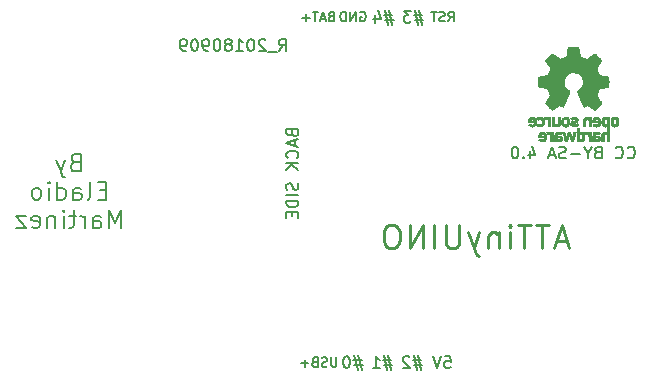
<source format=gbr>
G04 #@! TF.GenerationSoftware,KiCad,Pcbnew,(5.0.0)*
G04 #@! TF.CreationDate,2018-09-10T18:50:31-05:00*
G04 #@! TF.ProjectId,mini-attinyuino,6D696E692D617474696E7975696E6F2E,1.0*
G04 #@! TF.SameCoordinates,Original*
G04 #@! TF.FileFunction,Legend,Bot*
G04 #@! TF.FilePolarity,Positive*
%FSLAX46Y46*%
G04 Gerber Fmt 4.6, Leading zero omitted, Abs format (unit mm)*
G04 Created by KiCad (PCBNEW (5.0.0)) date 09/10/18 18:50:31*
%MOMM*%
%LPD*%
G01*
G04 APERTURE LIST*
%ADD10C,0.127000*%
%ADD11C,0.250000*%
%ADD12C,0.010000*%
G04 APERTURE END LIST*
D10*
X121735661Y-113005004D02*
X121735661Y-113652623D01*
X121697566Y-113728814D01*
X121659471Y-113766909D01*
X121583280Y-113805004D01*
X121430900Y-113805004D01*
X121354709Y-113766909D01*
X121316614Y-113728814D01*
X121278519Y-113652623D01*
X121278519Y-113005004D01*
X120935661Y-113766909D02*
X120821376Y-113805004D01*
X120630900Y-113805004D01*
X120554709Y-113766909D01*
X120516614Y-113728814D01*
X120478519Y-113652623D01*
X120478519Y-113576433D01*
X120516614Y-113500242D01*
X120554709Y-113462147D01*
X120630900Y-113424052D01*
X120783280Y-113385957D01*
X120859471Y-113347861D01*
X120897566Y-113309766D01*
X120935661Y-113233576D01*
X120935661Y-113157385D01*
X120897566Y-113081195D01*
X120859471Y-113043100D01*
X120783280Y-113005004D01*
X120592804Y-113005004D01*
X120478519Y-113043100D01*
X119868995Y-113385957D02*
X119754709Y-113424052D01*
X119716614Y-113462147D01*
X119678519Y-113538338D01*
X119678519Y-113652623D01*
X119716614Y-113728814D01*
X119754709Y-113766909D01*
X119830900Y-113805004D01*
X120135661Y-113805004D01*
X120135661Y-113005004D01*
X119868995Y-113005004D01*
X119792804Y-113043100D01*
X119754709Y-113081195D01*
X119716614Y-113157385D01*
X119716614Y-113233576D01*
X119754709Y-113309766D01*
X119792804Y-113347861D01*
X119868995Y-113385957D01*
X120135661Y-113385957D01*
X119335661Y-113500242D02*
X118726138Y-113500242D01*
X119030900Y-113805004D02*
X119030900Y-113195480D01*
X128918554Y-113234814D02*
X128204268Y-113234814D01*
X128632840Y-112806242D02*
X128918554Y-114091957D01*
X128299506Y-113663385D02*
X129013792Y-113663385D01*
X128585220Y-114091957D02*
X128299506Y-112806242D01*
X127918554Y-112996719D02*
X127870935Y-112949100D01*
X127775697Y-112901480D01*
X127537601Y-112901480D01*
X127442363Y-112949100D01*
X127394744Y-112996719D01*
X127347125Y-113091957D01*
X127347125Y-113187195D01*
X127394744Y-113330052D01*
X127966173Y-113901480D01*
X127347125Y-113901480D01*
X130891256Y-112901480D02*
X131367446Y-112901480D01*
X131415065Y-113377671D01*
X131367446Y-113330052D01*
X131272208Y-113282433D01*
X131034113Y-113282433D01*
X130938875Y-113330052D01*
X130891256Y-113377671D01*
X130843637Y-113472909D01*
X130843637Y-113711004D01*
X130891256Y-113806242D01*
X130938875Y-113853861D01*
X131034113Y-113901480D01*
X131272208Y-113901480D01*
X131367446Y-113853861D01*
X131415065Y-113806242D01*
X130557922Y-112901480D02*
X130224589Y-113901480D01*
X129891256Y-112901480D01*
X126381094Y-113234814D02*
X125666808Y-113234814D01*
X126095380Y-112806242D02*
X126381094Y-114091957D01*
X125762046Y-113663385D02*
X126476332Y-113663385D01*
X126047760Y-114091957D02*
X125762046Y-112806242D01*
X124809665Y-113901480D02*
X125381094Y-113901480D01*
X125095380Y-113901480D02*
X125095380Y-112901480D01*
X125190618Y-113044338D01*
X125285856Y-113139576D01*
X125381094Y-113187195D01*
X123874114Y-113234814D02*
X123159828Y-113234814D01*
X123588400Y-112806242D02*
X123874114Y-114091957D01*
X123255066Y-113663385D02*
X123969352Y-113663385D01*
X123540780Y-114091957D02*
X123255066Y-112806242D01*
X122636019Y-112901480D02*
X122540780Y-112901480D01*
X122445542Y-112949100D01*
X122397923Y-112996719D01*
X122350304Y-113091957D01*
X122302685Y-113282433D01*
X122302685Y-113520528D01*
X122350304Y-113711004D01*
X122397923Y-113806242D01*
X122445542Y-113853861D01*
X122540780Y-113901480D01*
X122636019Y-113901480D01*
X122731257Y-113853861D01*
X122778876Y-113806242D01*
X122826495Y-113711004D01*
X122874114Y-113520528D01*
X122874114Y-113282433D01*
X122826495Y-113091957D01*
X122778876Y-112996719D01*
X122731257Y-112949100D01*
X122636019Y-112901480D01*
X121283594Y-84145477D02*
X121169308Y-84183572D01*
X121131213Y-84221667D01*
X121093118Y-84297858D01*
X121093118Y-84412143D01*
X121131213Y-84488334D01*
X121169308Y-84526429D01*
X121245499Y-84564524D01*
X121550260Y-84564524D01*
X121550260Y-83764524D01*
X121283594Y-83764524D01*
X121207403Y-83802620D01*
X121169308Y-83840715D01*
X121131213Y-83916905D01*
X121131213Y-83993096D01*
X121169308Y-84069286D01*
X121207403Y-84107381D01*
X121283594Y-84145477D01*
X121550260Y-84145477D01*
X120788356Y-84335953D02*
X120407403Y-84335953D01*
X120864546Y-84564524D02*
X120597880Y-83764524D01*
X120331213Y-84564524D01*
X120178832Y-83764524D02*
X119721689Y-83764524D01*
X119950260Y-84564524D02*
X119950260Y-83764524D01*
X119455022Y-84259762D02*
X118845499Y-84259762D01*
X119150260Y-84564524D02*
X119150260Y-83955000D01*
X131202375Y-84564524D02*
X131469041Y-84183572D01*
X131659518Y-84564524D02*
X131659518Y-83764524D01*
X131354756Y-83764524D01*
X131278565Y-83802620D01*
X131240470Y-83840715D01*
X131202375Y-83916905D01*
X131202375Y-84031191D01*
X131240470Y-84107381D01*
X131278565Y-84145477D01*
X131354756Y-84183572D01*
X131659518Y-84183572D01*
X130897613Y-84526429D02*
X130783327Y-84564524D01*
X130592851Y-84564524D01*
X130516660Y-84526429D01*
X130478565Y-84488334D01*
X130440470Y-84412143D01*
X130440470Y-84335953D01*
X130478565Y-84259762D01*
X130516660Y-84221667D01*
X130592851Y-84183572D01*
X130745232Y-84145477D01*
X130821422Y-84107381D01*
X130859518Y-84069286D01*
X130897613Y-83993096D01*
X130897613Y-83916905D01*
X130859518Y-83840715D01*
X130821422Y-83802620D01*
X130745232Y-83764524D01*
X130554756Y-83764524D01*
X130440470Y-83802620D01*
X130211899Y-83764524D02*
X129754756Y-83764524D01*
X129983327Y-84564524D02*
X129983327Y-83764524D01*
X123751263Y-83802620D02*
X123827454Y-83764524D01*
X123941740Y-83764524D01*
X124056025Y-83802620D01*
X124132216Y-83878810D01*
X124170311Y-83955000D01*
X124208406Y-84107381D01*
X124208406Y-84221667D01*
X124170311Y-84374048D01*
X124132216Y-84450239D01*
X124056025Y-84526429D01*
X123941740Y-84564524D01*
X123865549Y-84564524D01*
X123751263Y-84526429D01*
X123713168Y-84488334D01*
X123713168Y-84221667D01*
X123865549Y-84221667D01*
X123370311Y-84564524D02*
X123370311Y-83764524D01*
X122913168Y-84564524D01*
X122913168Y-83764524D01*
X122532216Y-84564524D02*
X122532216Y-83764524D01*
X122341740Y-83764524D01*
X122227454Y-83802620D01*
X122151263Y-83878810D01*
X122113168Y-83955000D01*
X122075073Y-84107381D01*
X122075073Y-84221667D01*
X122113168Y-84374048D01*
X122151263Y-84450239D01*
X122227454Y-84526429D01*
X122341740Y-84564524D01*
X122532216Y-84564524D01*
X126472534Y-83994334D02*
X125758248Y-83994334D01*
X126186820Y-83565762D02*
X126472534Y-84851477D01*
X125853486Y-84422905D02*
X126567772Y-84422905D01*
X126139200Y-84851477D02*
X125853486Y-83565762D01*
X124996343Y-83994334D02*
X124996343Y-84661000D01*
X125234439Y-83613381D02*
X125472534Y-84327667D01*
X124853486Y-84327667D01*
X128989674Y-83994334D02*
X128275388Y-83994334D01*
X128703960Y-83565762D02*
X128989674Y-84851477D01*
X128370626Y-84422905D02*
X129084912Y-84422905D01*
X128656340Y-84851477D02*
X128370626Y-83565762D01*
X128037293Y-83661000D02*
X127418245Y-83661000D01*
X127751579Y-84041953D01*
X127608721Y-84041953D01*
X127513483Y-84089572D01*
X127465864Y-84137191D01*
X127418245Y-84232429D01*
X127418245Y-84470524D01*
X127465864Y-84565762D01*
X127513483Y-84613381D01*
X127608721Y-84661000D01*
X127894436Y-84661000D01*
X127989674Y-84613381D01*
X128037293Y-84565762D01*
X117980151Y-94016938D02*
X118027770Y-94159795D01*
X118075389Y-94207414D01*
X118170627Y-94255033D01*
X118313484Y-94255033D01*
X118408722Y-94207414D01*
X118456341Y-94159795D01*
X118503960Y-94064557D01*
X118503960Y-93683604D01*
X117503960Y-93683604D01*
X117503960Y-94016938D01*
X117551580Y-94112176D01*
X117599199Y-94159795D01*
X117694437Y-94207414D01*
X117789675Y-94207414D01*
X117884913Y-94159795D01*
X117932532Y-94112176D01*
X117980151Y-94016938D01*
X117980151Y-93683604D01*
X118218246Y-94635985D02*
X118218246Y-95112176D01*
X118503960Y-94540747D02*
X117503960Y-94874080D01*
X118503960Y-95207414D01*
X118408722Y-96112176D02*
X118456341Y-96064557D01*
X118503960Y-95921700D01*
X118503960Y-95826461D01*
X118456341Y-95683604D01*
X118361103Y-95588366D01*
X118265865Y-95540747D01*
X118075389Y-95493128D01*
X117932532Y-95493128D01*
X117742056Y-95540747D01*
X117646818Y-95588366D01*
X117551580Y-95683604D01*
X117503960Y-95826461D01*
X117503960Y-95921700D01*
X117551580Y-96064557D01*
X117599199Y-96112176D01*
X118503960Y-96540747D02*
X117503960Y-96540747D01*
X118503960Y-97112176D02*
X117932532Y-96683604D01*
X117503960Y-97112176D02*
X118075389Y-96540747D01*
X118456341Y-98255033D02*
X118503960Y-98397890D01*
X118503960Y-98635985D01*
X118456341Y-98731223D01*
X118408722Y-98778842D01*
X118313484Y-98826461D01*
X118218246Y-98826461D01*
X118123008Y-98778842D01*
X118075389Y-98731223D01*
X118027770Y-98635985D01*
X117980151Y-98445509D01*
X117932532Y-98350271D01*
X117884913Y-98302652D01*
X117789675Y-98255033D01*
X117694437Y-98255033D01*
X117599199Y-98302652D01*
X117551580Y-98350271D01*
X117503960Y-98445509D01*
X117503960Y-98683604D01*
X117551580Y-98826461D01*
X118503960Y-99255033D02*
X117503960Y-99255033D01*
X118503960Y-99731223D02*
X117503960Y-99731223D01*
X117503960Y-99969319D01*
X117551580Y-100112176D01*
X117646818Y-100207414D01*
X117742056Y-100255033D01*
X117932532Y-100302652D01*
X118075389Y-100302652D01*
X118265865Y-100255033D01*
X118361103Y-100207414D01*
X118456341Y-100112176D01*
X118503960Y-99969319D01*
X118503960Y-99731223D01*
X117980151Y-100731223D02*
X117980151Y-101064557D01*
X118503960Y-101207414D02*
X118503960Y-100731223D01*
X117503960Y-100731223D01*
X117503960Y-101207414D01*
X116860152Y-87061300D02*
X117193485Y-86585110D01*
X117431580Y-87061300D02*
X117431580Y-86061300D01*
X117050628Y-86061300D01*
X116955390Y-86108920D01*
X116907771Y-86156539D01*
X116860152Y-86251777D01*
X116860152Y-86394634D01*
X116907771Y-86489872D01*
X116955390Y-86537491D01*
X117050628Y-86585110D01*
X117431580Y-86585110D01*
X116669676Y-87156539D02*
X115907771Y-87156539D01*
X115717295Y-86156539D02*
X115669676Y-86108920D01*
X115574438Y-86061300D01*
X115336342Y-86061300D01*
X115241104Y-86108920D01*
X115193485Y-86156539D01*
X115145866Y-86251777D01*
X115145866Y-86347015D01*
X115193485Y-86489872D01*
X115764914Y-87061300D01*
X115145866Y-87061300D01*
X114526819Y-86061300D02*
X114431580Y-86061300D01*
X114336342Y-86108920D01*
X114288723Y-86156539D01*
X114241104Y-86251777D01*
X114193485Y-86442253D01*
X114193485Y-86680348D01*
X114241104Y-86870824D01*
X114288723Y-86966062D01*
X114336342Y-87013681D01*
X114431580Y-87061300D01*
X114526819Y-87061300D01*
X114622057Y-87013681D01*
X114669676Y-86966062D01*
X114717295Y-86870824D01*
X114764914Y-86680348D01*
X114764914Y-86442253D01*
X114717295Y-86251777D01*
X114669676Y-86156539D01*
X114622057Y-86108920D01*
X114526819Y-86061300D01*
X113241104Y-87061300D02*
X113812533Y-87061300D01*
X113526819Y-87061300D02*
X113526819Y-86061300D01*
X113622057Y-86204158D01*
X113717295Y-86299396D01*
X113812533Y-86347015D01*
X112669676Y-86489872D02*
X112764914Y-86442253D01*
X112812533Y-86394634D01*
X112860152Y-86299396D01*
X112860152Y-86251777D01*
X112812533Y-86156539D01*
X112764914Y-86108920D01*
X112669676Y-86061300D01*
X112479200Y-86061300D01*
X112383961Y-86108920D01*
X112336342Y-86156539D01*
X112288723Y-86251777D01*
X112288723Y-86299396D01*
X112336342Y-86394634D01*
X112383961Y-86442253D01*
X112479200Y-86489872D01*
X112669676Y-86489872D01*
X112764914Y-86537491D01*
X112812533Y-86585110D01*
X112860152Y-86680348D01*
X112860152Y-86870824D01*
X112812533Y-86966062D01*
X112764914Y-87013681D01*
X112669676Y-87061300D01*
X112479200Y-87061300D01*
X112383961Y-87013681D01*
X112336342Y-86966062D01*
X112288723Y-86870824D01*
X112288723Y-86680348D01*
X112336342Y-86585110D01*
X112383961Y-86537491D01*
X112479200Y-86489872D01*
X111669676Y-86061300D02*
X111574438Y-86061300D01*
X111479200Y-86108920D01*
X111431580Y-86156539D01*
X111383961Y-86251777D01*
X111336342Y-86442253D01*
X111336342Y-86680348D01*
X111383961Y-86870824D01*
X111431580Y-86966062D01*
X111479200Y-87013681D01*
X111574438Y-87061300D01*
X111669676Y-87061300D01*
X111764914Y-87013681D01*
X111812533Y-86966062D01*
X111860152Y-86870824D01*
X111907771Y-86680348D01*
X111907771Y-86442253D01*
X111860152Y-86251777D01*
X111812533Y-86156539D01*
X111764914Y-86108920D01*
X111669676Y-86061300D01*
X110860152Y-87061300D02*
X110669676Y-87061300D01*
X110574438Y-87013681D01*
X110526819Y-86966062D01*
X110431580Y-86823205D01*
X110383961Y-86632729D01*
X110383961Y-86251777D01*
X110431580Y-86156539D01*
X110479200Y-86108920D01*
X110574438Y-86061300D01*
X110764914Y-86061300D01*
X110860152Y-86108920D01*
X110907771Y-86156539D01*
X110955390Y-86251777D01*
X110955390Y-86489872D01*
X110907771Y-86585110D01*
X110860152Y-86632729D01*
X110764914Y-86680348D01*
X110574438Y-86680348D01*
X110479200Y-86632729D01*
X110431580Y-86585110D01*
X110383961Y-86489872D01*
X109764914Y-86061300D02*
X109669676Y-86061300D01*
X109574438Y-86108920D01*
X109526819Y-86156539D01*
X109479200Y-86251777D01*
X109431580Y-86442253D01*
X109431580Y-86680348D01*
X109479200Y-86870824D01*
X109526819Y-86966062D01*
X109574438Y-87013681D01*
X109669676Y-87061300D01*
X109764914Y-87061300D01*
X109860152Y-87013681D01*
X109907771Y-86966062D01*
X109955390Y-86870824D01*
X110003009Y-86680348D01*
X110003009Y-86442253D01*
X109955390Y-86251777D01*
X109907771Y-86156539D01*
X109860152Y-86108920D01*
X109764914Y-86061300D01*
X108955390Y-87061300D02*
X108764914Y-87061300D01*
X108669676Y-87013681D01*
X108622057Y-86966062D01*
X108526819Y-86823205D01*
X108479200Y-86632729D01*
X108479200Y-86251777D01*
X108526819Y-86156539D01*
X108574438Y-86108920D01*
X108669676Y-86061300D01*
X108860152Y-86061300D01*
X108955390Y-86108920D01*
X109003009Y-86156539D01*
X109050628Y-86251777D01*
X109050628Y-86489872D01*
X109003009Y-86585110D01*
X108955390Y-86632729D01*
X108860152Y-86680348D01*
X108669676Y-86680348D01*
X108574438Y-86632729D01*
X108526819Y-86585110D01*
X108479200Y-86489872D01*
X146378993Y-96069422D02*
X146426612Y-96117041D01*
X146569469Y-96164660D01*
X146664707Y-96164660D01*
X146807564Y-96117041D01*
X146902802Y-96021803D01*
X146950421Y-95926565D01*
X146998040Y-95736089D01*
X146998040Y-95593232D01*
X146950421Y-95402756D01*
X146902802Y-95307518D01*
X146807564Y-95212280D01*
X146664707Y-95164660D01*
X146569469Y-95164660D01*
X146426612Y-95212280D01*
X146378993Y-95259899D01*
X145378993Y-96069422D02*
X145426612Y-96117041D01*
X145569469Y-96164660D01*
X145664707Y-96164660D01*
X145807564Y-96117041D01*
X145902802Y-96021803D01*
X145950421Y-95926565D01*
X145998040Y-95736089D01*
X145998040Y-95593232D01*
X145950421Y-95402756D01*
X145902802Y-95307518D01*
X145807564Y-95212280D01*
X145664707Y-95164660D01*
X145569469Y-95164660D01*
X145426612Y-95212280D01*
X145378993Y-95259899D01*
X143855183Y-95640851D02*
X143712326Y-95688470D01*
X143664707Y-95736089D01*
X143617088Y-95831327D01*
X143617088Y-95974184D01*
X143664707Y-96069422D01*
X143712326Y-96117041D01*
X143807564Y-96164660D01*
X144188516Y-96164660D01*
X144188516Y-95164660D01*
X143855183Y-95164660D01*
X143759945Y-95212280D01*
X143712326Y-95259899D01*
X143664707Y-95355137D01*
X143664707Y-95450375D01*
X143712326Y-95545613D01*
X143759945Y-95593232D01*
X143855183Y-95640851D01*
X144188516Y-95640851D01*
X142998040Y-95688470D02*
X142998040Y-96164660D01*
X143331374Y-95164660D02*
X142998040Y-95688470D01*
X142664707Y-95164660D01*
X142331374Y-95783708D02*
X141569469Y-95783708D01*
X141140897Y-96117041D02*
X140998040Y-96164660D01*
X140759945Y-96164660D01*
X140664707Y-96117041D01*
X140617088Y-96069422D01*
X140569469Y-95974184D01*
X140569469Y-95878946D01*
X140617088Y-95783708D01*
X140664707Y-95736089D01*
X140759945Y-95688470D01*
X140950421Y-95640851D01*
X141045659Y-95593232D01*
X141093278Y-95545613D01*
X141140897Y-95450375D01*
X141140897Y-95355137D01*
X141093278Y-95259899D01*
X141045659Y-95212280D01*
X140950421Y-95164660D01*
X140712326Y-95164660D01*
X140569469Y-95212280D01*
X140188516Y-95878946D02*
X139712326Y-95878946D01*
X140283755Y-96164660D02*
X139950421Y-95164660D01*
X139617088Y-96164660D01*
X138093278Y-95497994D02*
X138093278Y-96164660D01*
X138331374Y-95117041D02*
X138569469Y-95831327D01*
X137950421Y-95831327D01*
X137569469Y-96069422D02*
X137521850Y-96117041D01*
X137569469Y-96164660D01*
X137617088Y-96117041D01*
X137569469Y-96069422D01*
X137569469Y-96164660D01*
X136902802Y-95164660D02*
X136807564Y-95164660D01*
X136712326Y-95212280D01*
X136664707Y-95259899D01*
X136617088Y-95355137D01*
X136569469Y-95545613D01*
X136569469Y-95783708D01*
X136617088Y-95974184D01*
X136664707Y-96069422D01*
X136712326Y-96117041D01*
X136807564Y-96164660D01*
X136902802Y-96164660D01*
X136998040Y-96117041D01*
X137045659Y-96069422D01*
X137093278Y-95974184D01*
X137140897Y-95783708D01*
X137140897Y-95545613D01*
X137093278Y-95355137D01*
X137045659Y-95259899D01*
X136998040Y-95212280D01*
X136902802Y-95164660D01*
X99590325Y-96479337D02*
X99376040Y-96550765D01*
X99304611Y-96622194D01*
X99233182Y-96765051D01*
X99233182Y-96979337D01*
X99304611Y-97122194D01*
X99376040Y-97193622D01*
X99518897Y-97265051D01*
X100090325Y-97265051D01*
X100090325Y-95765051D01*
X99590325Y-95765051D01*
X99447468Y-95836480D01*
X99376040Y-95907908D01*
X99304611Y-96050765D01*
X99304611Y-96193622D01*
X99376040Y-96336480D01*
X99447468Y-96407908D01*
X99590325Y-96479337D01*
X100090325Y-96479337D01*
X98733182Y-96265051D02*
X98376040Y-97265051D01*
X98018897Y-96265051D02*
X98376040Y-97265051D01*
X98518897Y-97622194D01*
X98590325Y-97693622D01*
X98733182Y-97765051D01*
X102233182Y-98856337D02*
X101733182Y-98856337D01*
X101518897Y-99642051D02*
X102233182Y-99642051D01*
X102233182Y-98142051D01*
X101518897Y-98142051D01*
X100661754Y-99642051D02*
X100804611Y-99570622D01*
X100876040Y-99427765D01*
X100876040Y-98142051D01*
X99447468Y-99642051D02*
X99447468Y-98856337D01*
X99518897Y-98713480D01*
X99661754Y-98642051D01*
X99947468Y-98642051D01*
X100090325Y-98713480D01*
X99447468Y-99570622D02*
X99590325Y-99642051D01*
X99947468Y-99642051D01*
X100090325Y-99570622D01*
X100161754Y-99427765D01*
X100161754Y-99284908D01*
X100090325Y-99142051D01*
X99947468Y-99070622D01*
X99590325Y-99070622D01*
X99447468Y-98999194D01*
X98090325Y-99642051D02*
X98090325Y-98142051D01*
X98090325Y-99570622D02*
X98233182Y-99642051D01*
X98518897Y-99642051D01*
X98661754Y-99570622D01*
X98733182Y-99499194D01*
X98804611Y-99356337D01*
X98804611Y-98927765D01*
X98733182Y-98784908D01*
X98661754Y-98713480D01*
X98518897Y-98642051D01*
X98233182Y-98642051D01*
X98090325Y-98713480D01*
X97376040Y-99642051D02*
X97376040Y-98642051D01*
X97376040Y-98142051D02*
X97447468Y-98213480D01*
X97376040Y-98284908D01*
X97304611Y-98213480D01*
X97376040Y-98142051D01*
X97376040Y-98284908D01*
X96447468Y-99642051D02*
X96590325Y-99570622D01*
X96661754Y-99499194D01*
X96733182Y-99356337D01*
X96733182Y-98927765D01*
X96661754Y-98784908D01*
X96590325Y-98713480D01*
X96447468Y-98642051D01*
X96233182Y-98642051D01*
X96090325Y-98713480D01*
X96018897Y-98784908D01*
X95947468Y-98927765D01*
X95947468Y-99356337D01*
X96018897Y-99499194D01*
X96090325Y-99570622D01*
X96233182Y-99642051D01*
X96447468Y-99642051D01*
X103483182Y-102019051D02*
X103483182Y-100519051D01*
X102983182Y-101590480D01*
X102483182Y-100519051D01*
X102483182Y-102019051D01*
X101126040Y-102019051D02*
X101126040Y-101233337D01*
X101197468Y-101090480D01*
X101340325Y-101019051D01*
X101626040Y-101019051D01*
X101768897Y-101090480D01*
X101126040Y-101947622D02*
X101268897Y-102019051D01*
X101626040Y-102019051D01*
X101768897Y-101947622D01*
X101840325Y-101804765D01*
X101840325Y-101661908D01*
X101768897Y-101519051D01*
X101626040Y-101447622D01*
X101268897Y-101447622D01*
X101126040Y-101376194D01*
X100411754Y-102019051D02*
X100411754Y-101019051D01*
X100411754Y-101304765D02*
X100340325Y-101161908D01*
X100268897Y-101090480D01*
X100126040Y-101019051D01*
X99983182Y-101019051D01*
X99697468Y-101019051D02*
X99126040Y-101019051D01*
X99483182Y-100519051D02*
X99483182Y-101804765D01*
X99411754Y-101947622D01*
X99268897Y-102019051D01*
X99126040Y-102019051D01*
X98626040Y-102019051D02*
X98626040Y-101019051D01*
X98626040Y-100519051D02*
X98697468Y-100590480D01*
X98626040Y-100661908D01*
X98554611Y-100590480D01*
X98626040Y-100519051D01*
X98626040Y-100661908D01*
X97911754Y-101019051D02*
X97911754Y-102019051D01*
X97911754Y-101161908D02*
X97840325Y-101090480D01*
X97697468Y-101019051D01*
X97483182Y-101019051D01*
X97340325Y-101090480D01*
X97268897Y-101233337D01*
X97268897Y-102019051D01*
X95983182Y-101947622D02*
X96126040Y-102019051D01*
X96411754Y-102019051D01*
X96554611Y-101947622D01*
X96626040Y-101804765D01*
X96626040Y-101233337D01*
X96554611Y-101090480D01*
X96411754Y-101019051D01*
X96126040Y-101019051D01*
X95983182Y-101090480D01*
X95911754Y-101233337D01*
X95911754Y-101376194D01*
X96626040Y-101519051D01*
X95411754Y-101019051D02*
X94626040Y-101019051D01*
X95411754Y-102019051D01*
X94626040Y-102019051D01*
D11*
X141266844Y-103195713D02*
X140314463Y-103195713D01*
X141457320Y-103767141D02*
X140790654Y-101767141D01*
X140123987Y-103767141D01*
X139743035Y-101767141D02*
X138600178Y-101767141D01*
X139171606Y-103767141D02*
X139171606Y-101767141D01*
X138219225Y-101767141D02*
X137076368Y-101767141D01*
X137647797Y-103767141D02*
X137647797Y-101767141D01*
X136409701Y-103767141D02*
X136409701Y-102433808D01*
X136409701Y-101767141D02*
X136504940Y-101862380D01*
X136409701Y-101957618D01*
X136314463Y-101862380D01*
X136409701Y-101767141D01*
X136409701Y-101957618D01*
X135457320Y-102433808D02*
X135457320Y-103767141D01*
X135457320Y-102624284D02*
X135362082Y-102529046D01*
X135171606Y-102433808D01*
X134885892Y-102433808D01*
X134695416Y-102529046D01*
X134600178Y-102719522D01*
X134600178Y-103767141D01*
X133838273Y-102433808D02*
X133362082Y-103767141D01*
X132885892Y-102433808D02*
X133362082Y-103767141D01*
X133552559Y-104243332D01*
X133647797Y-104338570D01*
X133838273Y-104433808D01*
X132123987Y-101767141D02*
X132123987Y-103386189D01*
X132028749Y-103576665D01*
X131933511Y-103671903D01*
X131743035Y-103767141D01*
X131362082Y-103767141D01*
X131171606Y-103671903D01*
X131076368Y-103576665D01*
X130981130Y-103386189D01*
X130981130Y-101767141D01*
X130028749Y-103767141D02*
X130028749Y-101767141D01*
X129076368Y-103767141D02*
X129076368Y-101767141D01*
X127933511Y-103767141D01*
X127933511Y-101767141D01*
X126600178Y-101767141D02*
X126219225Y-101767141D01*
X126028749Y-101862380D01*
X125838273Y-102052856D01*
X125743035Y-102433808D01*
X125743035Y-103100475D01*
X125838273Y-103481427D01*
X126028749Y-103671903D01*
X126219225Y-103767141D01*
X126600178Y-103767141D01*
X126790654Y-103671903D01*
X126981130Y-103481427D01*
X127076368Y-103100475D01*
X127076368Y-102433808D01*
X126981130Y-102052856D01*
X126790654Y-101862380D01*
X126600178Y-101767141D01*
D12*
G04 #@! TO.C,REF02*
G36*
X141291996Y-87104516D02*
X141216447Y-87505262D01*
X140658919Y-87735094D01*
X140324495Y-87507688D01*
X140230838Y-87444371D01*
X140146178Y-87387836D01*
X140074465Y-87340667D01*
X140019649Y-87305442D01*
X139985680Y-87284745D01*
X139976430Y-87280282D01*
X139959765Y-87291760D01*
X139924154Y-87323491D01*
X139873589Y-87371423D01*
X139812060Y-87431502D01*
X139743561Y-87499673D01*
X139672081Y-87571885D01*
X139601613Y-87644082D01*
X139536149Y-87712213D01*
X139479680Y-87772223D01*
X139436197Y-87820059D01*
X139409692Y-87851667D01*
X139403355Y-87862245D01*
X139412474Y-87881746D01*
X139438040Y-87924471D01*
X139477363Y-87986238D01*
X139527757Y-88062871D01*
X139586533Y-88150188D01*
X139620592Y-88199992D01*
X139682671Y-88290933D01*
X139737834Y-88372999D01*
X139783406Y-88442103D01*
X139816710Y-88494162D01*
X139835070Y-88525090D01*
X139837829Y-88531590D01*
X139831575Y-88550061D01*
X139814526Y-88593112D01*
X139789257Y-88654689D01*
X139758338Y-88728739D01*
X139724342Y-88809210D01*
X139689842Y-88890047D01*
X139657409Y-88965198D01*
X139629617Y-89028611D01*
X139609037Y-89074233D01*
X139598241Y-89096009D01*
X139597604Y-89096866D01*
X139580653Y-89101024D01*
X139535509Y-89110301D01*
X139466850Y-89123784D01*
X139379358Y-89140561D01*
X139277710Y-89159721D01*
X139218404Y-89170770D01*
X139109788Y-89191450D01*
X139011683Y-89211129D01*
X138929051Y-89228729D01*
X138866856Y-89243173D01*
X138830061Y-89253386D01*
X138822664Y-89256626D01*
X138815420Y-89278557D01*
X138809575Y-89328087D01*
X138805125Y-89399425D01*
X138802067Y-89486779D01*
X138800395Y-89584357D01*
X138800107Y-89686366D01*
X138801199Y-89787015D01*
X138803666Y-89880512D01*
X138807504Y-89961065D01*
X138812710Y-90022882D01*
X138819279Y-90060170D01*
X138823219Y-90067933D01*
X138846772Y-90077238D01*
X138896678Y-90090540D01*
X138966337Y-90106277D01*
X139049147Y-90122886D01*
X139078055Y-90128259D01*
X139217429Y-90153788D01*
X139327524Y-90174348D01*
X139411978Y-90190755D01*
X139474430Y-90203827D01*
X139518516Y-90214381D01*
X139547875Y-90223234D01*
X139566145Y-90231203D01*
X139576962Y-90239105D01*
X139578475Y-90240667D01*
X139593583Y-90265826D01*
X139616631Y-90314790D01*
X139645316Y-90381561D01*
X139677338Y-90460145D01*
X139710395Y-90544547D01*
X139742187Y-90628770D01*
X139770411Y-90706819D01*
X139792767Y-90772699D01*
X139806953Y-90820413D01*
X139810667Y-90843967D01*
X139810358Y-90844792D01*
X139797771Y-90864044D01*
X139769216Y-90906403D01*
X139727693Y-90967461D01*
X139676204Y-91042808D01*
X139617749Y-91128036D01*
X139601102Y-91152255D01*
X139541745Y-91240063D01*
X139489513Y-91320178D01*
X139447252Y-91388002D01*
X139417807Y-91438933D01*
X139404023Y-91468371D01*
X139403355Y-91471988D01*
X139414936Y-91490997D01*
X139446936Y-91528654D01*
X139495242Y-91580913D01*
X139555740Y-91643726D01*
X139624316Y-91713046D01*
X139696856Y-91784825D01*
X139769248Y-91855017D01*
X139837376Y-91919575D01*
X139897128Y-91974450D01*
X139944389Y-92015596D01*
X139975047Y-92038966D01*
X139983528Y-92042782D01*
X140003269Y-92033795D01*
X140043686Y-92009556D01*
X140098197Y-91974149D01*
X140140137Y-91945651D01*
X140216131Y-91893358D01*
X140306126Y-91831785D01*
X140396396Y-91770310D01*
X140444928Y-91737409D01*
X140609198Y-91626299D01*
X140747091Y-91700856D01*
X140809911Y-91733518D01*
X140863331Y-91758906D01*
X140899476Y-91773386D01*
X140908676Y-91775400D01*
X140919739Y-91760524D01*
X140941566Y-91718487D01*
X140972526Y-91653167D01*
X141010990Y-91568440D01*
X141055328Y-91468185D01*
X141103913Y-91356279D01*
X141155114Y-91236599D01*
X141207301Y-91113024D01*
X141258847Y-90989431D01*
X141308120Y-90869697D01*
X141353493Y-90757699D01*
X141393335Y-90657317D01*
X141426018Y-90572426D01*
X141449911Y-90506905D01*
X141463386Y-90464630D01*
X141465554Y-90450112D01*
X141448377Y-90431593D01*
X141410770Y-90401530D01*
X141360594Y-90366172D01*
X141356382Y-90363374D01*
X141226696Y-90259565D01*
X141122126Y-90138455D01*
X141043579Y-90003916D01*
X140991961Y-89859822D01*
X140968178Y-89710045D01*
X140973137Y-89558457D01*
X141007743Y-89408932D01*
X141072903Y-89265340D01*
X141092074Y-89233924D01*
X141191786Y-89107065D01*
X141309583Y-89005195D01*
X141441389Y-88928844D01*
X141583127Y-88878542D01*
X141730718Y-88854819D01*
X141880087Y-88858205D01*
X142027157Y-88889228D01*
X142167849Y-88948420D01*
X142298087Y-89036309D01*
X142338374Y-89071982D01*
X142440905Y-89183646D01*
X142515619Y-89301197D01*
X142566870Y-89432960D01*
X142595414Y-89563447D01*
X142602460Y-89710156D01*
X142578964Y-89857593D01*
X142527311Y-90000774D01*
X142449889Y-90134717D01*
X142349085Y-90254438D01*
X142227284Y-90354954D01*
X142211276Y-90365549D01*
X142160562Y-90400246D01*
X142122010Y-90430310D01*
X142103579Y-90449505D01*
X142103311Y-90450112D01*
X142107268Y-90470876D01*
X142122953Y-90518002D01*
X142148738Y-90587613D01*
X142182991Y-90675833D01*
X142224083Y-90778784D01*
X142270384Y-90892590D01*
X142320264Y-91013375D01*
X142372093Y-91137261D01*
X142424241Y-91260372D01*
X142475078Y-91378831D01*
X142522973Y-91488763D01*
X142566298Y-91586289D01*
X142603422Y-91667533D01*
X142632716Y-91728619D01*
X142652548Y-91765670D01*
X142660534Y-91775400D01*
X142684939Y-91767823D01*
X142730602Y-91747500D01*
X142789650Y-91718065D01*
X142822120Y-91700856D01*
X142960013Y-91626299D01*
X143124283Y-91737409D01*
X143208139Y-91794330D01*
X143299947Y-91856970D01*
X143385980Y-91915951D01*
X143429073Y-91945651D01*
X143489683Y-91986350D01*
X143541005Y-92018603D01*
X143576345Y-92038324D01*
X143587823Y-92042494D01*
X143604530Y-92031247D01*
X143641506Y-91999851D01*
X143695165Y-91951564D01*
X143761922Y-91889648D01*
X143838194Y-91817361D01*
X143886433Y-91770948D01*
X143970827Y-91688027D01*
X144043763Y-91613860D01*
X144102291Y-91551620D01*
X144143463Y-91504481D01*
X144164332Y-91475613D01*
X144166334Y-91469755D01*
X144157043Y-91447472D01*
X144131369Y-91402417D01*
X144092160Y-91339151D01*
X144042263Y-91262235D01*
X143984527Y-91176232D01*
X143968109Y-91152255D01*
X143908283Y-91065110D01*
X143854610Y-90986650D01*
X143810090Y-90921285D01*
X143777725Y-90873424D01*
X143760515Y-90847475D01*
X143758853Y-90844792D01*
X143761339Y-90824112D01*
X143774537Y-90778644D01*
X143796146Y-90714384D01*
X143823864Y-90637327D01*
X143855390Y-90553469D01*
X143888423Y-90468806D01*
X143920661Y-90389332D01*
X143949803Y-90321044D01*
X143973548Y-90269937D01*
X143989595Y-90242007D01*
X143990735Y-90240667D01*
X144000548Y-90232685D01*
X144017121Y-90224791D01*
X144044092Y-90216169D01*
X144085099Y-90206002D01*
X144143780Y-90193471D01*
X144223773Y-90177761D01*
X144328715Y-90158053D01*
X144462245Y-90133532D01*
X144491156Y-90128259D01*
X144576842Y-90111704D01*
X144651542Y-90095509D01*
X144708654Y-90081236D01*
X144741577Y-90070448D01*
X144745991Y-90067933D01*
X144753266Y-90045636D01*
X144759179Y-89995809D01*
X144763726Y-89924244D01*
X144766905Y-89836733D01*
X144768709Y-89739068D01*
X144769137Y-89637041D01*
X144768183Y-89536443D01*
X144765844Y-89443067D01*
X144762116Y-89362705D01*
X144756994Y-89301149D01*
X144750476Y-89264190D01*
X144746546Y-89256626D01*
X144724668Y-89248996D01*
X144674851Y-89236582D01*
X144602057Y-89220462D01*
X144511249Y-89201713D01*
X144407391Y-89181411D01*
X144350806Y-89170770D01*
X144243446Y-89150700D01*
X144147706Y-89132520D01*
X144068266Y-89117139D01*
X144009806Y-89105471D01*
X143977005Y-89098428D01*
X143971606Y-89096866D01*
X143962482Y-89079262D01*
X143943195Y-89036858D01*
X143916315Y-88975712D01*
X143884414Y-88901883D01*
X143850062Y-88821429D01*
X143815831Y-88740408D01*
X143784291Y-88664877D01*
X143758014Y-88600895D01*
X143739571Y-88554520D01*
X143731531Y-88531809D01*
X143731382Y-88530816D01*
X143740495Y-88512901D01*
X143766046Y-88471673D01*
X143805348Y-88411231D01*
X143855717Y-88335671D01*
X143914466Y-88249092D01*
X143948618Y-88199361D01*
X144010850Y-88108176D01*
X144066124Y-88025389D01*
X144111742Y-87955189D01*
X144145008Y-87901764D01*
X144163224Y-87869301D01*
X144165855Y-87862023D01*
X144154546Y-87845085D01*
X144123279Y-87808918D01*
X144076050Y-87757575D01*
X144016852Y-87695107D01*
X143949679Y-87625566D01*
X143878526Y-87553005D01*
X143807386Y-87481475D01*
X143740253Y-87415027D01*
X143681121Y-87357714D01*
X143633985Y-87313587D01*
X143602837Y-87286699D01*
X143592417Y-87280282D01*
X143575451Y-87289305D01*
X143534871Y-87314655D01*
X143474623Y-87353750D01*
X143398653Y-87404011D01*
X143310906Y-87462857D01*
X143244716Y-87507688D01*
X142910292Y-87735094D01*
X142631527Y-87620178D01*
X142352763Y-87505262D01*
X142277214Y-87104516D01*
X142201666Y-86703769D01*
X141367545Y-86703769D01*
X141291996Y-87104516D01*
X141291996Y-87104516D01*
G37*
X141291996Y-87104516D02*
X141216447Y-87505262D01*
X140658919Y-87735094D01*
X140324495Y-87507688D01*
X140230838Y-87444371D01*
X140146178Y-87387836D01*
X140074465Y-87340667D01*
X140019649Y-87305442D01*
X139985680Y-87284745D01*
X139976430Y-87280282D01*
X139959765Y-87291760D01*
X139924154Y-87323491D01*
X139873589Y-87371423D01*
X139812060Y-87431502D01*
X139743561Y-87499673D01*
X139672081Y-87571885D01*
X139601613Y-87644082D01*
X139536149Y-87712213D01*
X139479680Y-87772223D01*
X139436197Y-87820059D01*
X139409692Y-87851667D01*
X139403355Y-87862245D01*
X139412474Y-87881746D01*
X139438040Y-87924471D01*
X139477363Y-87986238D01*
X139527757Y-88062871D01*
X139586533Y-88150188D01*
X139620592Y-88199992D01*
X139682671Y-88290933D01*
X139737834Y-88372999D01*
X139783406Y-88442103D01*
X139816710Y-88494162D01*
X139835070Y-88525090D01*
X139837829Y-88531590D01*
X139831575Y-88550061D01*
X139814526Y-88593112D01*
X139789257Y-88654689D01*
X139758338Y-88728739D01*
X139724342Y-88809210D01*
X139689842Y-88890047D01*
X139657409Y-88965198D01*
X139629617Y-89028611D01*
X139609037Y-89074233D01*
X139598241Y-89096009D01*
X139597604Y-89096866D01*
X139580653Y-89101024D01*
X139535509Y-89110301D01*
X139466850Y-89123784D01*
X139379358Y-89140561D01*
X139277710Y-89159721D01*
X139218404Y-89170770D01*
X139109788Y-89191450D01*
X139011683Y-89211129D01*
X138929051Y-89228729D01*
X138866856Y-89243173D01*
X138830061Y-89253386D01*
X138822664Y-89256626D01*
X138815420Y-89278557D01*
X138809575Y-89328087D01*
X138805125Y-89399425D01*
X138802067Y-89486779D01*
X138800395Y-89584357D01*
X138800107Y-89686366D01*
X138801199Y-89787015D01*
X138803666Y-89880512D01*
X138807504Y-89961065D01*
X138812710Y-90022882D01*
X138819279Y-90060170D01*
X138823219Y-90067933D01*
X138846772Y-90077238D01*
X138896678Y-90090540D01*
X138966337Y-90106277D01*
X139049147Y-90122886D01*
X139078055Y-90128259D01*
X139217429Y-90153788D01*
X139327524Y-90174348D01*
X139411978Y-90190755D01*
X139474430Y-90203827D01*
X139518516Y-90214381D01*
X139547875Y-90223234D01*
X139566145Y-90231203D01*
X139576962Y-90239105D01*
X139578475Y-90240667D01*
X139593583Y-90265826D01*
X139616631Y-90314790D01*
X139645316Y-90381561D01*
X139677338Y-90460145D01*
X139710395Y-90544547D01*
X139742187Y-90628770D01*
X139770411Y-90706819D01*
X139792767Y-90772699D01*
X139806953Y-90820413D01*
X139810667Y-90843967D01*
X139810358Y-90844792D01*
X139797771Y-90864044D01*
X139769216Y-90906403D01*
X139727693Y-90967461D01*
X139676204Y-91042808D01*
X139617749Y-91128036D01*
X139601102Y-91152255D01*
X139541745Y-91240063D01*
X139489513Y-91320178D01*
X139447252Y-91388002D01*
X139417807Y-91438933D01*
X139404023Y-91468371D01*
X139403355Y-91471988D01*
X139414936Y-91490997D01*
X139446936Y-91528654D01*
X139495242Y-91580913D01*
X139555740Y-91643726D01*
X139624316Y-91713046D01*
X139696856Y-91784825D01*
X139769248Y-91855017D01*
X139837376Y-91919575D01*
X139897128Y-91974450D01*
X139944389Y-92015596D01*
X139975047Y-92038966D01*
X139983528Y-92042782D01*
X140003269Y-92033795D01*
X140043686Y-92009556D01*
X140098197Y-91974149D01*
X140140137Y-91945651D01*
X140216131Y-91893358D01*
X140306126Y-91831785D01*
X140396396Y-91770310D01*
X140444928Y-91737409D01*
X140609198Y-91626299D01*
X140747091Y-91700856D01*
X140809911Y-91733518D01*
X140863331Y-91758906D01*
X140899476Y-91773386D01*
X140908676Y-91775400D01*
X140919739Y-91760524D01*
X140941566Y-91718487D01*
X140972526Y-91653167D01*
X141010990Y-91568440D01*
X141055328Y-91468185D01*
X141103913Y-91356279D01*
X141155114Y-91236599D01*
X141207301Y-91113024D01*
X141258847Y-90989431D01*
X141308120Y-90869697D01*
X141353493Y-90757699D01*
X141393335Y-90657317D01*
X141426018Y-90572426D01*
X141449911Y-90506905D01*
X141463386Y-90464630D01*
X141465554Y-90450112D01*
X141448377Y-90431593D01*
X141410770Y-90401530D01*
X141360594Y-90366172D01*
X141356382Y-90363374D01*
X141226696Y-90259565D01*
X141122126Y-90138455D01*
X141043579Y-90003916D01*
X140991961Y-89859822D01*
X140968178Y-89710045D01*
X140973137Y-89558457D01*
X141007743Y-89408932D01*
X141072903Y-89265340D01*
X141092074Y-89233924D01*
X141191786Y-89107065D01*
X141309583Y-89005195D01*
X141441389Y-88928844D01*
X141583127Y-88878542D01*
X141730718Y-88854819D01*
X141880087Y-88858205D01*
X142027157Y-88889228D01*
X142167849Y-88948420D01*
X142298087Y-89036309D01*
X142338374Y-89071982D01*
X142440905Y-89183646D01*
X142515619Y-89301197D01*
X142566870Y-89432960D01*
X142595414Y-89563447D01*
X142602460Y-89710156D01*
X142578964Y-89857593D01*
X142527311Y-90000774D01*
X142449889Y-90134717D01*
X142349085Y-90254438D01*
X142227284Y-90354954D01*
X142211276Y-90365549D01*
X142160562Y-90400246D01*
X142122010Y-90430310D01*
X142103579Y-90449505D01*
X142103311Y-90450112D01*
X142107268Y-90470876D01*
X142122953Y-90518002D01*
X142148738Y-90587613D01*
X142182991Y-90675833D01*
X142224083Y-90778784D01*
X142270384Y-90892590D01*
X142320264Y-91013375D01*
X142372093Y-91137261D01*
X142424241Y-91260372D01*
X142475078Y-91378831D01*
X142522973Y-91488763D01*
X142566298Y-91586289D01*
X142603422Y-91667533D01*
X142632716Y-91728619D01*
X142652548Y-91765670D01*
X142660534Y-91775400D01*
X142684939Y-91767823D01*
X142730602Y-91747500D01*
X142789650Y-91718065D01*
X142822120Y-91700856D01*
X142960013Y-91626299D01*
X143124283Y-91737409D01*
X143208139Y-91794330D01*
X143299947Y-91856970D01*
X143385980Y-91915951D01*
X143429073Y-91945651D01*
X143489683Y-91986350D01*
X143541005Y-92018603D01*
X143576345Y-92038324D01*
X143587823Y-92042494D01*
X143604530Y-92031247D01*
X143641506Y-91999851D01*
X143695165Y-91951564D01*
X143761922Y-91889648D01*
X143838194Y-91817361D01*
X143886433Y-91770948D01*
X143970827Y-91688027D01*
X144043763Y-91613860D01*
X144102291Y-91551620D01*
X144143463Y-91504481D01*
X144164332Y-91475613D01*
X144166334Y-91469755D01*
X144157043Y-91447472D01*
X144131369Y-91402417D01*
X144092160Y-91339151D01*
X144042263Y-91262235D01*
X143984527Y-91176232D01*
X143968109Y-91152255D01*
X143908283Y-91065110D01*
X143854610Y-90986650D01*
X143810090Y-90921285D01*
X143777725Y-90873424D01*
X143760515Y-90847475D01*
X143758853Y-90844792D01*
X143761339Y-90824112D01*
X143774537Y-90778644D01*
X143796146Y-90714384D01*
X143823864Y-90637327D01*
X143855390Y-90553469D01*
X143888423Y-90468806D01*
X143920661Y-90389332D01*
X143949803Y-90321044D01*
X143973548Y-90269937D01*
X143989595Y-90242007D01*
X143990735Y-90240667D01*
X144000548Y-90232685D01*
X144017121Y-90224791D01*
X144044092Y-90216169D01*
X144085099Y-90206002D01*
X144143780Y-90193471D01*
X144223773Y-90177761D01*
X144328715Y-90158053D01*
X144462245Y-90133532D01*
X144491156Y-90128259D01*
X144576842Y-90111704D01*
X144651542Y-90095509D01*
X144708654Y-90081236D01*
X144741577Y-90070448D01*
X144745991Y-90067933D01*
X144753266Y-90045636D01*
X144759179Y-89995809D01*
X144763726Y-89924244D01*
X144766905Y-89836733D01*
X144768709Y-89739068D01*
X144769137Y-89637041D01*
X144768183Y-89536443D01*
X144765844Y-89443067D01*
X144762116Y-89362705D01*
X144756994Y-89301149D01*
X144750476Y-89264190D01*
X144746546Y-89256626D01*
X144724668Y-89248996D01*
X144674851Y-89236582D01*
X144602057Y-89220462D01*
X144511249Y-89201713D01*
X144407391Y-89181411D01*
X144350806Y-89170770D01*
X144243446Y-89150700D01*
X144147706Y-89132520D01*
X144068266Y-89117139D01*
X144009806Y-89105471D01*
X143977005Y-89098428D01*
X143971606Y-89096866D01*
X143962482Y-89079262D01*
X143943195Y-89036858D01*
X143916315Y-88975712D01*
X143884414Y-88901883D01*
X143850062Y-88821429D01*
X143815831Y-88740408D01*
X143784291Y-88664877D01*
X143758014Y-88600895D01*
X143739571Y-88554520D01*
X143731531Y-88531809D01*
X143731382Y-88530816D01*
X143740495Y-88512901D01*
X143766046Y-88471673D01*
X143805348Y-88411231D01*
X143855717Y-88335671D01*
X143914466Y-88249092D01*
X143948618Y-88199361D01*
X144010850Y-88108176D01*
X144066124Y-88025389D01*
X144111742Y-87955189D01*
X144145008Y-87901764D01*
X144163224Y-87869301D01*
X144165855Y-87862023D01*
X144154546Y-87845085D01*
X144123279Y-87808918D01*
X144076050Y-87757575D01*
X144016852Y-87695107D01*
X143949679Y-87625566D01*
X143878526Y-87553005D01*
X143807386Y-87481475D01*
X143740253Y-87415027D01*
X143681121Y-87357714D01*
X143633985Y-87313587D01*
X143602837Y-87286699D01*
X143592417Y-87280282D01*
X143575451Y-87289305D01*
X143534871Y-87314655D01*
X143474623Y-87353750D01*
X143398653Y-87404011D01*
X143310906Y-87462857D01*
X143244716Y-87507688D01*
X142910292Y-87735094D01*
X142631527Y-87620178D01*
X142352763Y-87505262D01*
X142277214Y-87104516D01*
X142201666Y-86703769D01*
X141367545Y-86703769D01*
X141291996Y-87104516D01*
G36*
X139401572Y-92643585D02*
X139344095Y-92661146D01*
X139307088Y-92683335D01*
X139295033Y-92700882D01*
X139298351Y-92721682D01*
X139319881Y-92754359D01*
X139338086Y-92777502D01*
X139375616Y-92819342D01*
X139403812Y-92836945D01*
X139427849Y-92835796D01*
X139499152Y-92817650D01*
X139551518Y-92818474D01*
X139594042Y-92839038D01*
X139608318Y-92851074D01*
X139654013Y-92893423D01*
X139654013Y-93446466D01*
X139837829Y-93446466D01*
X139837829Y-92644361D01*
X139745921Y-92644361D01*
X139690741Y-92646543D01*
X139662272Y-92654291D01*
X139654017Y-92669408D01*
X139654013Y-92669856D01*
X139650115Y-92685689D01*
X139632486Y-92683624D01*
X139608059Y-92672201D01*
X139557610Y-92650945D01*
X139516644Y-92638156D01*
X139463932Y-92634878D01*
X139401572Y-92643585D01*
X139401572Y-92643585D01*
G37*
X139401572Y-92643585D02*
X139344095Y-92661146D01*
X139307088Y-92683335D01*
X139295033Y-92700882D01*
X139298351Y-92721682D01*
X139319881Y-92754359D01*
X139338086Y-92777502D01*
X139375616Y-92819342D01*
X139403812Y-92836945D01*
X139427849Y-92835796D01*
X139499152Y-92817650D01*
X139551518Y-92818474D01*
X139594042Y-92839038D01*
X139608318Y-92851074D01*
X139654013Y-92893423D01*
X139654013Y-93446466D01*
X139837829Y-93446466D01*
X139837829Y-92644361D01*
X139745921Y-92644361D01*
X139690741Y-92646543D01*
X139662272Y-92654291D01*
X139654017Y-92669408D01*
X139654013Y-92669856D01*
X139650115Y-92685689D01*
X139632486Y-92683624D01*
X139608059Y-92672201D01*
X139557610Y-92650945D01*
X139516644Y-92638156D01*
X139463932Y-92634878D01*
X139401572Y-92643585D01*
G36*
X142795003Y-92658166D02*
X142753414Y-92678030D01*
X142713135Y-92706724D01*
X142682450Y-92739749D01*
X142660099Y-92781871D01*
X142644824Y-92837855D01*
X142635368Y-92912468D01*
X142630473Y-93010475D01*
X142628879Y-93136642D01*
X142628854Y-93149854D01*
X142628487Y-93446466D01*
X142812303Y-93446466D01*
X142812303Y-93173021D01*
X142812433Y-93071717D01*
X142813339Y-92998293D01*
X142815787Y-92947211D01*
X142820546Y-92912930D01*
X142828386Y-92889911D01*
X142840075Y-92872613D01*
X142856358Y-92855521D01*
X142913326Y-92818797D01*
X142975515Y-92811982D01*
X143034761Y-92835201D01*
X143055365Y-92852483D01*
X143070490Y-92868731D01*
X143081350Y-92886131D01*
X143088650Y-92910152D01*
X143093097Y-92946262D01*
X143095396Y-92999928D01*
X143096256Y-93076620D01*
X143096382Y-93169983D01*
X143096382Y-93446466D01*
X143280197Y-93446466D01*
X143280197Y-92644361D01*
X143188289Y-92644361D01*
X143133109Y-92646543D01*
X143104640Y-92654291D01*
X143096385Y-92669408D01*
X143096382Y-92669856D01*
X143092552Y-92684660D01*
X143075659Y-92682980D01*
X143042072Y-92666713D01*
X142965897Y-92642780D01*
X142878760Y-92640118D01*
X142795003Y-92658166D01*
X142795003Y-92658166D01*
G37*
X142795003Y-92658166D02*
X142753414Y-92678030D01*
X142713135Y-92706724D01*
X142682450Y-92739749D01*
X142660099Y-92781871D01*
X142644824Y-92837855D01*
X142635368Y-92912468D01*
X142630473Y-93010475D01*
X142628879Y-93136642D01*
X142628854Y-93149854D01*
X142628487Y-93446466D01*
X142812303Y-93446466D01*
X142812303Y-93173021D01*
X142812433Y-93071717D01*
X142813339Y-92998293D01*
X142815787Y-92947211D01*
X142820546Y-92912930D01*
X142828386Y-92889911D01*
X142840075Y-92872613D01*
X142856358Y-92855521D01*
X142913326Y-92818797D01*
X142975515Y-92811982D01*
X143034761Y-92835201D01*
X143055365Y-92852483D01*
X143070490Y-92868731D01*
X143081350Y-92886131D01*
X143088650Y-92910152D01*
X143093097Y-92946262D01*
X143095396Y-92999928D01*
X143096256Y-93076620D01*
X143096382Y-93169983D01*
X143096382Y-93446466D01*
X143280197Y-93446466D01*
X143280197Y-92644361D01*
X143188289Y-92644361D01*
X143133109Y-92646543D01*
X143104640Y-92654291D01*
X143096385Y-92669408D01*
X143096382Y-92669856D01*
X143092552Y-92684660D01*
X143075659Y-92682980D01*
X143042072Y-92666713D01*
X142965897Y-92642780D01*
X142878760Y-92640118D01*
X142795003Y-92658166D01*
G36*
X138234176Y-92641494D02*
X138191386Y-92651889D01*
X138109351Y-92689953D01*
X138039203Y-92748089D01*
X137990655Y-92817792D01*
X137983985Y-92833442D01*
X137974836Y-92874436D01*
X137968431Y-92935078D01*
X137966250Y-92996370D01*
X137966250Y-93112256D01*
X138208553Y-93112256D01*
X138308489Y-93112633D01*
X138378891Y-93114927D01*
X138423647Y-93120878D01*
X138446645Y-93132225D01*
X138451771Y-93150711D01*
X138442912Y-93178076D01*
X138427043Y-93210095D01*
X138382776Y-93263532D01*
X138321261Y-93290155D01*
X138246075Y-93289287D01*
X138160907Y-93260311D01*
X138087301Y-93224551D01*
X138026226Y-93272844D01*
X137965150Y-93321137D01*
X138022609Y-93374225D01*
X138099319Y-93424385D01*
X138193658Y-93454628D01*
X138295133Y-93463091D01*
X138393249Y-93447914D01*
X138409079Y-93442764D01*
X138495313Y-93397731D01*
X138559459Y-93330592D01*
X138602869Y-93239345D01*
X138626896Y-93121984D01*
X138627176Y-93119469D01*
X138629327Y-92991567D01*
X138620631Y-92945937D01*
X138450855Y-92945937D01*
X138435263Y-92952953D01*
X138392931Y-92958328D01*
X138330526Y-92961397D01*
X138290979Y-92961861D01*
X138217232Y-92961570D01*
X138171120Y-92959723D01*
X138146860Y-92954852D01*
X138138666Y-92945495D01*
X138140754Y-92930185D01*
X138142505Y-92924262D01*
X138172400Y-92868608D01*
X138219418Y-92823755D01*
X138260911Y-92804045D01*
X138316034Y-92805235D01*
X138371892Y-92829815D01*
X138418748Y-92870510D01*
X138446866Y-92920048D01*
X138450855Y-92945937D01*
X138620631Y-92945937D01*
X138607886Y-92879073D01*
X138565349Y-92784667D01*
X138504213Y-92711028D01*
X138426975Y-92660833D01*
X138336130Y-92636762D01*
X138234176Y-92641494D01*
X138234176Y-92641494D01*
G37*
X138234176Y-92641494D02*
X138191386Y-92651889D01*
X138109351Y-92689953D01*
X138039203Y-92748089D01*
X137990655Y-92817792D01*
X137983985Y-92833442D01*
X137974836Y-92874436D01*
X137968431Y-92935078D01*
X137966250Y-92996370D01*
X137966250Y-93112256D01*
X138208553Y-93112256D01*
X138308489Y-93112633D01*
X138378891Y-93114927D01*
X138423647Y-93120878D01*
X138446645Y-93132225D01*
X138451771Y-93150711D01*
X138442912Y-93178076D01*
X138427043Y-93210095D01*
X138382776Y-93263532D01*
X138321261Y-93290155D01*
X138246075Y-93289287D01*
X138160907Y-93260311D01*
X138087301Y-93224551D01*
X138026226Y-93272844D01*
X137965150Y-93321137D01*
X138022609Y-93374225D01*
X138099319Y-93424385D01*
X138193658Y-93454628D01*
X138295133Y-93463091D01*
X138393249Y-93447914D01*
X138409079Y-93442764D01*
X138495313Y-93397731D01*
X138559459Y-93330592D01*
X138602869Y-93239345D01*
X138626896Y-93121984D01*
X138627176Y-93119469D01*
X138629327Y-92991567D01*
X138620631Y-92945937D01*
X138450855Y-92945937D01*
X138435263Y-92952953D01*
X138392931Y-92958328D01*
X138330526Y-92961397D01*
X138290979Y-92961861D01*
X138217232Y-92961570D01*
X138171120Y-92959723D01*
X138146860Y-92954852D01*
X138138666Y-92945495D01*
X138140754Y-92930185D01*
X138142505Y-92924262D01*
X138172400Y-92868608D01*
X138219418Y-92823755D01*
X138260911Y-92804045D01*
X138316034Y-92805235D01*
X138371892Y-92829815D01*
X138418748Y-92870510D01*
X138446866Y-92920048D01*
X138450855Y-92945937D01*
X138620631Y-92945937D01*
X138607886Y-92879073D01*
X138565349Y-92784667D01*
X138504213Y-92711028D01*
X138426975Y-92660833D01*
X138336130Y-92636762D01*
X138234176Y-92641494D01*
G36*
X138846384Y-92651359D02*
X138749565Y-92692489D01*
X138719070Y-92712511D01*
X138680095Y-92743280D01*
X138655629Y-92767473D01*
X138651382Y-92775353D01*
X138663376Y-92792839D01*
X138694073Y-92822510D01*
X138718648Y-92843219D01*
X138785914Y-92897276D01*
X138839030Y-92852582D01*
X138880076Y-92823729D01*
X138920097Y-92813769D01*
X138965901Y-92816201D01*
X139038636Y-92834285D01*
X139088704Y-92871821D01*
X139119131Y-92932502D01*
X139132943Y-93020021D01*
X139132947Y-93020076D01*
X139131752Y-93117898D01*
X139113188Y-93189670D01*
X139076156Y-93238535D01*
X139050910Y-93255083D01*
X138983863Y-93275689D01*
X138912251Y-93275702D01*
X138849945Y-93255708D01*
X138835197Y-93245940D01*
X138798210Y-93220987D01*
X138769292Y-93216898D01*
X138738104Y-93235470D01*
X138703624Y-93268827D01*
X138649048Y-93325136D01*
X138709642Y-93375082D01*
X138803262Y-93431453D01*
X138908835Y-93459233D01*
X139019162Y-93457222D01*
X139091617Y-93438802D01*
X139176304Y-93393250D01*
X139244033Y-93321590D01*
X139274803Y-93271006D01*
X139299724Y-93198428D01*
X139312194Y-93106509D01*
X139312290Y-93006888D01*
X139300090Y-92911207D01*
X139275670Y-92831109D01*
X139271824Y-92822896D01*
X139214867Y-92742353D01*
X139137751Y-92683711D01*
X139046570Y-92648187D01*
X138947417Y-92636997D01*
X138846384Y-92651359D01*
X138846384Y-92651359D01*
G37*
X138846384Y-92651359D02*
X138749565Y-92692489D01*
X138719070Y-92712511D01*
X138680095Y-92743280D01*
X138655629Y-92767473D01*
X138651382Y-92775353D01*
X138663376Y-92792839D01*
X138694073Y-92822510D01*
X138718648Y-92843219D01*
X138785914Y-92897276D01*
X138839030Y-92852582D01*
X138880076Y-92823729D01*
X138920097Y-92813769D01*
X138965901Y-92816201D01*
X139038636Y-92834285D01*
X139088704Y-92871821D01*
X139119131Y-92932502D01*
X139132943Y-93020021D01*
X139132947Y-93020076D01*
X139131752Y-93117898D01*
X139113188Y-93189670D01*
X139076156Y-93238535D01*
X139050910Y-93255083D01*
X138983863Y-93275689D01*
X138912251Y-93275702D01*
X138849945Y-93255708D01*
X138835197Y-93245940D01*
X138798210Y-93220987D01*
X138769292Y-93216898D01*
X138738104Y-93235470D01*
X138703624Y-93268827D01*
X138649048Y-93325136D01*
X138709642Y-93375082D01*
X138803262Y-93431453D01*
X138908835Y-93459233D01*
X139019162Y-93457222D01*
X139091617Y-93438802D01*
X139176304Y-93393250D01*
X139244033Y-93321590D01*
X139274803Y-93271006D01*
X139299724Y-93198428D01*
X139312194Y-93106509D01*
X139312290Y-93006888D01*
X139300090Y-92911207D01*
X139275670Y-92831109D01*
X139271824Y-92822896D01*
X139214867Y-92742353D01*
X139137751Y-92683711D01*
X139046570Y-92648187D01*
X138947417Y-92636997D01*
X138846384Y-92651359D01*
G36*
X140472829Y-92904473D02*
X140471250Y-93027029D01*
X140465479Y-93120119D01*
X140453969Y-93187591D01*
X140435170Y-93233295D01*
X140407534Y-93261079D01*
X140369512Y-93274794D01*
X140322434Y-93278298D01*
X140273128Y-93274372D01*
X140235677Y-93260029D01*
X140208532Y-93231418D01*
X140190145Y-93184691D01*
X140178967Y-93115998D01*
X140173449Y-93021490D01*
X140172039Y-92904473D01*
X140172039Y-92644361D01*
X139988224Y-92644361D01*
X139988224Y-93446466D01*
X140080132Y-93446466D01*
X140135538Y-93444221D01*
X140164069Y-93436336D01*
X140172039Y-93421368D01*
X140176840Y-93408037D01*
X140195946Y-93410857D01*
X140234456Y-93429723D01*
X140322721Y-93458827D01*
X140416337Y-93456765D01*
X140506039Y-93425161D01*
X140548756Y-93400197D01*
X140581339Y-93373166D01*
X140605143Y-93339345D01*
X140621521Y-93294008D01*
X140631829Y-93232429D01*
X140637419Y-93149883D01*
X140639648Y-93041645D01*
X140639934Y-92957944D01*
X140639934Y-92644361D01*
X140472829Y-92644361D01*
X140472829Y-92904473D01*
X140472829Y-92904473D01*
G37*
X140472829Y-92904473D02*
X140471250Y-93027029D01*
X140465479Y-93120119D01*
X140453969Y-93187591D01*
X140435170Y-93233295D01*
X140407534Y-93261079D01*
X140369512Y-93274794D01*
X140322434Y-93278298D01*
X140273128Y-93274372D01*
X140235677Y-93260029D01*
X140208532Y-93231418D01*
X140190145Y-93184691D01*
X140178967Y-93115998D01*
X140173449Y-93021490D01*
X140172039Y-92904473D01*
X140172039Y-92644361D01*
X139988224Y-92644361D01*
X139988224Y-93446466D01*
X140080132Y-93446466D01*
X140135538Y-93444221D01*
X140164069Y-93436336D01*
X140172039Y-93421368D01*
X140176840Y-93408037D01*
X140195946Y-93410857D01*
X140234456Y-93429723D01*
X140322721Y-93458827D01*
X140416337Y-93456765D01*
X140506039Y-93425161D01*
X140548756Y-93400197D01*
X140581339Y-93373166D01*
X140605143Y-93339345D01*
X140621521Y-93294008D01*
X140631829Y-93232429D01*
X140637419Y-93149883D01*
X140639648Y-93041645D01*
X140639934Y-92957944D01*
X140639934Y-92644361D01*
X140472829Y-92644361D01*
X140472829Y-92904473D01*
G36*
X140981291Y-92654250D02*
X140896768Y-92700280D01*
X140830639Y-92772946D01*
X140799482Y-92832046D01*
X140786105Y-92884245D01*
X140777438Y-92958659D01*
X140773723Y-93044382D01*
X140775206Y-93130509D01*
X140782129Y-93206133D01*
X140790215Y-93246524D01*
X140817495Y-93301780D01*
X140864740Y-93360470D01*
X140921678Y-93411792D01*
X140978036Y-93444945D01*
X140979410Y-93445471D01*
X141049344Y-93459958D01*
X141132223Y-93460317D01*
X141210983Y-93447128D01*
X141241394Y-93436557D01*
X141319721Y-93392141D01*
X141375817Y-93333947D01*
X141412674Y-93256905D01*
X141433280Y-93155941D01*
X141437942Y-93103056D01*
X141437347Y-93036603D01*
X141258224Y-93036603D01*
X141252190Y-93133570D01*
X141234822Y-93207463D01*
X141207220Y-93254676D01*
X141187556Y-93268177D01*
X141137173Y-93277591D01*
X141077287Y-93274804D01*
X141025511Y-93261256D01*
X141011933Y-93253802D01*
X140976111Y-93210391D01*
X140952467Y-93143954D01*
X140942402Y-93063101D01*
X140947318Y-92976442D01*
X140958305Y-92924289D01*
X140989851Y-92863891D01*
X141039649Y-92826137D01*
X141099623Y-92813083D01*
X141161696Y-92826789D01*
X141209378Y-92860312D01*
X141234435Y-92887971D01*
X141249060Y-92915234D01*
X141256031Y-92952130D01*
X141258127Y-93008690D01*
X141258224Y-93036603D01*
X141437347Y-93036603D01*
X141436678Y-92961934D01*
X141413695Y-92846211D01*
X141368988Y-92755881D01*
X141302555Y-92690940D01*
X141214395Y-92651385D01*
X141195465Y-92646798D01*
X141081694Y-92636030D01*
X140981291Y-92654250D01*
X140981291Y-92654250D01*
G37*
X140981291Y-92654250D02*
X140896768Y-92700280D01*
X140830639Y-92772946D01*
X140799482Y-92832046D01*
X140786105Y-92884245D01*
X140777438Y-92958659D01*
X140773723Y-93044382D01*
X140775206Y-93130509D01*
X140782129Y-93206133D01*
X140790215Y-93246524D01*
X140817495Y-93301780D01*
X140864740Y-93360470D01*
X140921678Y-93411792D01*
X140978036Y-93444945D01*
X140979410Y-93445471D01*
X141049344Y-93459958D01*
X141132223Y-93460317D01*
X141210983Y-93447128D01*
X141241394Y-93436557D01*
X141319721Y-93392141D01*
X141375817Y-93333947D01*
X141412674Y-93256905D01*
X141433280Y-93155941D01*
X141437942Y-93103056D01*
X141437347Y-93036603D01*
X141258224Y-93036603D01*
X141252190Y-93133570D01*
X141234822Y-93207463D01*
X141207220Y-93254676D01*
X141187556Y-93268177D01*
X141137173Y-93277591D01*
X141077287Y-93274804D01*
X141025511Y-93261256D01*
X141011933Y-93253802D01*
X140976111Y-93210391D01*
X140952467Y-93143954D01*
X140942402Y-93063101D01*
X140947318Y-92976442D01*
X140958305Y-92924289D01*
X140989851Y-92863891D01*
X141039649Y-92826137D01*
X141099623Y-92813083D01*
X141161696Y-92826789D01*
X141209378Y-92860312D01*
X141234435Y-92887971D01*
X141249060Y-92915234D01*
X141256031Y-92952130D01*
X141258127Y-93008690D01*
X141258224Y-93036603D01*
X141437347Y-93036603D01*
X141436678Y-92961934D01*
X141413695Y-92846211D01*
X141368988Y-92755881D01*
X141302555Y-92690940D01*
X141214395Y-92651385D01*
X141195465Y-92646798D01*
X141081694Y-92636030D01*
X140981291Y-92654250D01*
G36*
X141774332Y-92641487D02*
X141711052Y-92653488D01*
X141645403Y-92678588D01*
X141638388Y-92681788D01*
X141588604Y-92707966D01*
X141554126Y-92732293D01*
X141542982Y-92747877D01*
X141553594Y-92773293D01*
X141579372Y-92810793D01*
X141590814Y-92824792D01*
X141637968Y-92879894D01*
X141698759Y-92844026D01*
X141756613Y-92820132D01*
X141823460Y-92807360D01*
X141887566Y-92806553D01*
X141937196Y-92818555D01*
X141949106Y-92826045D01*
X141971788Y-92860390D01*
X141974544Y-92899953D01*
X141957572Y-92930860D01*
X141947533Y-92936853D01*
X141917450Y-92944297D01*
X141864571Y-92953046D01*
X141799385Y-92961407D01*
X141787360Y-92962718D01*
X141682663Y-92980828D01*
X141606728Y-93011591D01*
X141556368Y-93057847D01*
X141528396Y-93122437D01*
X141519682Y-93201327D01*
X141531720Y-93291005D01*
X141570809Y-93361426D01*
X141637105Y-93412717D01*
X141730766Y-93445007D01*
X141834737Y-93457747D01*
X141919522Y-93457594D01*
X141988295Y-93446023D01*
X142035263Y-93430049D01*
X142094610Y-93402215D01*
X142149454Y-93369913D01*
X142168947Y-93355695D01*
X142219079Y-93314775D01*
X142098157Y-93192417D01*
X142029417Y-93237907D01*
X141960472Y-93272073D01*
X141886849Y-93289944D01*
X141816077Y-93291829D01*
X141755686Y-93278041D01*
X141713203Y-93248889D01*
X141699486Y-93224292D01*
X141701543Y-93184844D01*
X141735630Y-93154677D01*
X141801652Y-93133846D01*
X141873986Y-93124219D01*
X141985308Y-93105850D01*
X142068008Y-93071194D01*
X142123195Y-93019237D01*
X142151972Y-92948963D01*
X142155959Y-92865647D01*
X142136267Y-92778621D01*
X142091371Y-92712842D01*
X142020869Y-92668008D01*
X141924359Y-92643819D01*
X141852860Y-92639077D01*
X141774332Y-92641487D01*
X141774332Y-92641487D01*
G37*
X141774332Y-92641487D02*
X141711052Y-92653488D01*
X141645403Y-92678588D01*
X141638388Y-92681788D01*
X141588604Y-92707966D01*
X141554126Y-92732293D01*
X141542982Y-92747877D01*
X141553594Y-92773293D01*
X141579372Y-92810793D01*
X141590814Y-92824792D01*
X141637968Y-92879894D01*
X141698759Y-92844026D01*
X141756613Y-92820132D01*
X141823460Y-92807360D01*
X141887566Y-92806553D01*
X141937196Y-92818555D01*
X141949106Y-92826045D01*
X141971788Y-92860390D01*
X141974544Y-92899953D01*
X141957572Y-92930860D01*
X141947533Y-92936853D01*
X141917450Y-92944297D01*
X141864571Y-92953046D01*
X141799385Y-92961407D01*
X141787360Y-92962718D01*
X141682663Y-92980828D01*
X141606728Y-93011591D01*
X141556368Y-93057847D01*
X141528396Y-93122437D01*
X141519682Y-93201327D01*
X141531720Y-93291005D01*
X141570809Y-93361426D01*
X141637105Y-93412717D01*
X141730766Y-93445007D01*
X141834737Y-93457747D01*
X141919522Y-93457594D01*
X141988295Y-93446023D01*
X142035263Y-93430049D01*
X142094610Y-93402215D01*
X142149454Y-93369913D01*
X142168947Y-93355695D01*
X142219079Y-93314775D01*
X142098157Y-93192417D01*
X142029417Y-93237907D01*
X141960472Y-93272073D01*
X141886849Y-93289944D01*
X141816077Y-93291829D01*
X141755686Y-93278041D01*
X141713203Y-93248889D01*
X141699486Y-93224292D01*
X141701543Y-93184844D01*
X141735630Y-93154677D01*
X141801652Y-93133846D01*
X141873986Y-93124219D01*
X141985308Y-93105850D01*
X142068008Y-93071194D01*
X142123195Y-93019237D01*
X142151972Y-92948963D01*
X142155959Y-92865647D01*
X142136267Y-92778621D01*
X142091371Y-92712842D01*
X142020869Y-92668008D01*
X141924359Y-92643819D01*
X141852860Y-92639077D01*
X141774332Y-92641487D01*
G36*
X143595942Y-92662967D02*
X143579290Y-92670806D01*
X143521655Y-92713026D01*
X143467155Y-92774640D01*
X143426461Y-92842483D01*
X143414886Y-92873674D01*
X143404326Y-92929389D01*
X143398029Y-92996721D01*
X143397264Y-93024525D01*
X143397171Y-93112256D01*
X143902110Y-93112256D01*
X143891347Y-93158210D01*
X143864927Y-93212560D01*
X143818738Y-93259531D01*
X143763788Y-93289788D01*
X143728771Y-93296071D01*
X143681283Y-93288446D01*
X143624625Y-93269323D01*
X143605378Y-93260524D01*
X143534201Y-93224976D01*
X143473458Y-93271307D01*
X143438408Y-93302643D01*
X143419758Y-93328507D01*
X143418813Y-93336098D01*
X143435475Y-93354496D01*
X143471990Y-93382455D01*
X143505132Y-93404267D01*
X143594567Y-93443477D01*
X143694831Y-93461225D01*
X143794206Y-93456610D01*
X143873421Y-93432491D01*
X143955080Y-93380824D01*
X144013111Y-93312796D01*
X144049414Y-93224783D01*
X144065888Y-93113156D01*
X144067349Y-93062078D01*
X144061503Y-92945031D01*
X144060785Y-92941626D01*
X143893471Y-92941626D01*
X143888863Y-92952602D01*
X143869924Y-92958655D01*
X143830862Y-92961250D01*
X143765883Y-92961850D01*
X143740863Y-92961861D01*
X143664739Y-92960954D01*
X143616464Y-92957660D01*
X143590500Y-92951121D01*
X143581312Y-92940477D01*
X143580987Y-92937059D01*
X143591473Y-92909896D01*
X143617718Y-92871843D01*
X143629001Y-92858519D01*
X143670888Y-92820836D01*
X143714551Y-92806020D01*
X143738075Y-92804782D01*
X143801717Y-92820269D01*
X143855087Y-92861870D01*
X143888941Y-92922293D01*
X143889541Y-92924262D01*
X143893471Y-92941626D01*
X144060785Y-92941626D01*
X144042061Y-92852868D01*
X144007038Y-92779130D01*
X143964204Y-92726788D01*
X143885012Y-92670032D01*
X143791920Y-92639702D01*
X143692905Y-92636961D01*
X143595942Y-92662967D01*
X143595942Y-92662967D01*
G37*
X143595942Y-92662967D02*
X143579290Y-92670806D01*
X143521655Y-92713026D01*
X143467155Y-92774640D01*
X143426461Y-92842483D01*
X143414886Y-92873674D01*
X143404326Y-92929389D01*
X143398029Y-92996721D01*
X143397264Y-93024525D01*
X143397171Y-93112256D01*
X143902110Y-93112256D01*
X143891347Y-93158210D01*
X143864927Y-93212560D01*
X143818738Y-93259531D01*
X143763788Y-93289788D01*
X143728771Y-93296071D01*
X143681283Y-93288446D01*
X143624625Y-93269323D01*
X143605378Y-93260524D01*
X143534201Y-93224976D01*
X143473458Y-93271307D01*
X143438408Y-93302643D01*
X143419758Y-93328507D01*
X143418813Y-93336098D01*
X143435475Y-93354496D01*
X143471990Y-93382455D01*
X143505132Y-93404267D01*
X143594567Y-93443477D01*
X143694831Y-93461225D01*
X143794206Y-93456610D01*
X143873421Y-93432491D01*
X143955080Y-93380824D01*
X144013111Y-93312796D01*
X144049414Y-93224783D01*
X144065888Y-93113156D01*
X144067349Y-93062078D01*
X144061503Y-92945031D01*
X144060785Y-92941626D01*
X143893471Y-92941626D01*
X143888863Y-92952602D01*
X143869924Y-92958655D01*
X143830862Y-92961250D01*
X143765883Y-92961850D01*
X143740863Y-92961861D01*
X143664739Y-92960954D01*
X143616464Y-92957660D01*
X143590500Y-92951121D01*
X143581312Y-92940477D01*
X143580987Y-92937059D01*
X143591473Y-92909896D01*
X143617718Y-92871843D01*
X143629001Y-92858519D01*
X143670888Y-92820836D01*
X143714551Y-92806020D01*
X143738075Y-92804782D01*
X143801717Y-92820269D01*
X143855087Y-92861870D01*
X143888941Y-92922293D01*
X143889541Y-92924262D01*
X143893471Y-92941626D01*
X144060785Y-92941626D01*
X144042061Y-92852868D01*
X144007038Y-92779130D01*
X143964204Y-92726788D01*
X143885012Y-92670032D01*
X143791920Y-92639702D01*
X143692905Y-92636961D01*
X143595942Y-92662967D01*
G36*
X145166176Y-92653044D02*
X145078755Y-92691694D01*
X145012390Y-92756230D01*
X144966984Y-92846752D01*
X144942442Y-92963358D01*
X144940683Y-92981564D01*
X144939304Y-93109924D01*
X144957176Y-93222436D01*
X144993210Y-93313628D01*
X145012505Y-93342962D01*
X145079715Y-93405046D01*
X145165310Y-93445256D01*
X145261070Y-93461943D01*
X145358773Y-93453457D01*
X145433043Y-93427320D01*
X145496913Y-93383275D01*
X145549114Y-93325527D01*
X145550017Y-93324176D01*
X145571216Y-93288533D01*
X145584993Y-93252692D01*
X145593336Y-93207459D01*
X145598233Y-93143641D01*
X145600391Y-93091308D01*
X145601289Y-93043850D01*
X145434217Y-93043850D01*
X145432584Y-93091094D01*
X145426656Y-93153986D01*
X145416199Y-93194347D01*
X145397341Y-93223062D01*
X145379679Y-93239836D01*
X145317066Y-93274956D01*
X145251552Y-93279650D01*
X145190539Y-93254380D01*
X145160032Y-93226064D01*
X145138049Y-93197529D01*
X145125191Y-93170224D01*
X145119548Y-93134690D01*
X145119209Y-93081464D01*
X145120948Y-93032446D01*
X145124689Y-92962422D01*
X145130619Y-92917004D01*
X145141307Y-92887380D01*
X145159321Y-92864737D01*
X145173597Y-92851795D01*
X145233309Y-92817800D01*
X145297726Y-92816105D01*
X145351741Y-92836241D01*
X145397820Y-92878292D01*
X145425271Y-92947368D01*
X145434217Y-93043850D01*
X145601289Y-93043850D01*
X145602361Y-92987239D01*
X145598996Y-92909408D01*
X145588915Y-92850870D01*
X145570734Y-92804677D01*
X145543070Y-92763882D01*
X145532814Y-92751768D01*
X145468682Y-92691414D01*
X145399894Y-92656160D01*
X145315771Y-92641390D01*
X145274751Y-92640183D01*
X145166176Y-92653044D01*
X145166176Y-92653044D01*
G37*
X145166176Y-92653044D02*
X145078755Y-92691694D01*
X145012390Y-92756230D01*
X144966984Y-92846752D01*
X144942442Y-92963358D01*
X144940683Y-92981564D01*
X144939304Y-93109924D01*
X144957176Y-93222436D01*
X144993210Y-93313628D01*
X145012505Y-93342962D01*
X145079715Y-93405046D01*
X145165310Y-93445256D01*
X145261070Y-93461943D01*
X145358773Y-93453457D01*
X145433043Y-93427320D01*
X145496913Y-93383275D01*
X145549114Y-93325527D01*
X145550017Y-93324176D01*
X145571216Y-93288533D01*
X145584993Y-93252692D01*
X145593336Y-93207459D01*
X145598233Y-93143641D01*
X145600391Y-93091308D01*
X145601289Y-93043850D01*
X145434217Y-93043850D01*
X145432584Y-93091094D01*
X145426656Y-93153986D01*
X145416199Y-93194347D01*
X145397341Y-93223062D01*
X145379679Y-93239836D01*
X145317066Y-93274956D01*
X145251552Y-93279650D01*
X145190539Y-93254380D01*
X145160032Y-93226064D01*
X145138049Y-93197529D01*
X145125191Y-93170224D01*
X145119548Y-93134690D01*
X145119209Y-93081464D01*
X145120948Y-93032446D01*
X145124689Y-92962422D01*
X145130619Y-92917004D01*
X145141307Y-92887380D01*
X145159321Y-92864737D01*
X145173597Y-92851795D01*
X145233309Y-92817800D01*
X145297726Y-92816105D01*
X145351741Y-92836241D01*
X145397820Y-92878292D01*
X145425271Y-92947368D01*
X145434217Y-93043850D01*
X145601289Y-93043850D01*
X145602361Y-92987239D01*
X145598996Y-92909408D01*
X145588915Y-92850870D01*
X145570734Y-92804677D01*
X145543070Y-92763882D01*
X145532814Y-92751768D01*
X145468682Y-92691414D01*
X145399894Y-92656160D01*
X145315771Y-92641390D01*
X145274751Y-92640183D01*
X145166176Y-92653044D01*
G36*
X139091767Y-93902018D02*
X139011892Y-93922785D01*
X138944998Y-93965645D01*
X138912609Y-93997663D01*
X138859515Y-94073353D01*
X138829087Y-94161156D01*
X138818633Y-94269090D01*
X138818580Y-94277815D01*
X138818487Y-94365545D01*
X139323426Y-94365545D01*
X139312662Y-94411499D01*
X139293228Y-94453118D01*
X139259215Y-94496484D01*
X139252100Y-94503407D01*
X139190957Y-94540875D01*
X139121231Y-94547229D01*
X139040973Y-94522578D01*
X139027368Y-94515940D01*
X138985641Y-94495759D01*
X138957692Y-94484261D01*
X138952815Y-94483198D01*
X138935792Y-94493523D01*
X138903327Y-94518785D01*
X138886846Y-94532590D01*
X138852696Y-94564301D01*
X138841482Y-94585239D01*
X138849265Y-94604500D01*
X138853425Y-94609767D01*
X138881603Y-94632818D01*
X138928098Y-94660832D01*
X138960526Y-94677186D01*
X139052575Y-94705999D01*
X139154484Y-94715335D01*
X139250997Y-94704272D01*
X139278026Y-94696352D01*
X139361684Y-94651521D01*
X139423694Y-94582538D01*
X139464415Y-94488734D01*
X139484205Y-94369438D01*
X139486378Y-94307058D01*
X139480034Y-94216238D01*
X139319803Y-94216238D01*
X139304305Y-94222952D01*
X139262648Y-94228220D01*
X139202084Y-94231329D01*
X139161053Y-94231861D01*
X139087249Y-94231348D01*
X139040667Y-94228946D01*
X139015112Y-94223362D01*
X139004391Y-94213301D01*
X139002303Y-94198703D01*
X139016629Y-94153736D01*
X139052698Y-94109293D01*
X139100145Y-94075182D01*
X139147611Y-94061228D01*
X139212081Y-94073606D01*
X139267890Y-94109392D01*
X139306586Y-94160973D01*
X139319803Y-94216238D01*
X139480034Y-94216238D01*
X139477139Y-94174806D01*
X139448624Y-94069438D01*
X139400231Y-93990118D01*
X139331356Y-93936011D01*
X139241395Y-93906283D01*
X139192660Y-93900558D01*
X139091767Y-93902018D01*
X139091767Y-93902018D01*
G37*
X139091767Y-93902018D02*
X139011892Y-93922785D01*
X138944998Y-93965645D01*
X138912609Y-93997663D01*
X138859515Y-94073353D01*
X138829087Y-94161156D01*
X138818633Y-94269090D01*
X138818580Y-94277815D01*
X138818487Y-94365545D01*
X139323426Y-94365545D01*
X139312662Y-94411499D01*
X139293228Y-94453118D01*
X139259215Y-94496484D01*
X139252100Y-94503407D01*
X139190957Y-94540875D01*
X139121231Y-94547229D01*
X139040973Y-94522578D01*
X139027368Y-94515940D01*
X138985641Y-94495759D01*
X138957692Y-94484261D01*
X138952815Y-94483198D01*
X138935792Y-94493523D01*
X138903327Y-94518785D01*
X138886846Y-94532590D01*
X138852696Y-94564301D01*
X138841482Y-94585239D01*
X138849265Y-94604500D01*
X138853425Y-94609767D01*
X138881603Y-94632818D01*
X138928098Y-94660832D01*
X138960526Y-94677186D01*
X139052575Y-94705999D01*
X139154484Y-94715335D01*
X139250997Y-94704272D01*
X139278026Y-94696352D01*
X139361684Y-94651521D01*
X139423694Y-94582538D01*
X139464415Y-94488734D01*
X139484205Y-94369438D01*
X139486378Y-94307058D01*
X139480034Y-94216238D01*
X139319803Y-94216238D01*
X139304305Y-94222952D01*
X139262648Y-94228220D01*
X139202084Y-94231329D01*
X139161053Y-94231861D01*
X139087249Y-94231348D01*
X139040667Y-94228946D01*
X139015112Y-94223362D01*
X139004391Y-94213301D01*
X139002303Y-94198703D01*
X139016629Y-94153736D01*
X139052698Y-94109293D01*
X139100145Y-94075182D01*
X139147611Y-94061228D01*
X139212081Y-94073606D01*
X139267890Y-94109392D01*
X139306586Y-94160973D01*
X139319803Y-94216238D01*
X139480034Y-94216238D01*
X139477139Y-94174806D01*
X139448624Y-94069438D01*
X139400231Y-93990118D01*
X139331356Y-93936011D01*
X139241395Y-93906283D01*
X139192660Y-93900558D01*
X139091767Y-93902018D01*
G36*
X139619793Y-93897387D02*
X139555552Y-93910052D01*
X139518980Y-93928804D01*
X139480507Y-93959957D01*
X139535243Y-94029067D01*
X139568991Y-94070919D01*
X139591907Y-94091338D01*
X139614681Y-94094457D01*
X139648004Y-94084412D01*
X139663646Y-94078729D01*
X139727418Y-94070344D01*
X139785820Y-94088318D01*
X139828696Y-94128922D01*
X139835661Y-94141869D01*
X139843247Y-94176164D01*
X139849101Y-94239367D01*
X139852949Y-94327000D01*
X139854517Y-94434580D01*
X139854539Y-94449884D01*
X139854539Y-94716466D01*
X140038355Y-94716466D01*
X140038355Y-93897650D01*
X139946447Y-93897650D01*
X139893453Y-93899034D01*
X139865845Y-93905192D01*
X139855636Y-93919134D01*
X139854539Y-93932284D01*
X139854539Y-93966918D01*
X139810510Y-93932284D01*
X139760023Y-93908656D01*
X139692200Y-93896973D01*
X139619793Y-93897387D01*
X139619793Y-93897387D01*
G37*
X139619793Y-93897387D02*
X139555552Y-93910052D01*
X139518980Y-93928804D01*
X139480507Y-93959957D01*
X139535243Y-94029067D01*
X139568991Y-94070919D01*
X139591907Y-94091338D01*
X139614681Y-94094457D01*
X139648004Y-94084412D01*
X139663646Y-94078729D01*
X139727418Y-94070344D01*
X139785820Y-94088318D01*
X139828696Y-94128922D01*
X139835661Y-94141869D01*
X139843247Y-94176164D01*
X139849101Y-94239367D01*
X139852949Y-94327000D01*
X139854517Y-94434580D01*
X139854539Y-94449884D01*
X139854539Y-94716466D01*
X140038355Y-94716466D01*
X140038355Y-93897650D01*
X139946447Y-93897650D01*
X139893453Y-93899034D01*
X139865845Y-93905192D01*
X139855636Y-93919134D01*
X139854539Y-93932284D01*
X139854539Y-93966918D01*
X139810510Y-93932284D01*
X139760023Y-93908656D01*
X139692200Y-93896973D01*
X139619793Y-93897387D01*
G36*
X140412968Y-93902613D02*
X140342533Y-93919720D01*
X140322173Y-93928784D01*
X140282707Y-93952523D01*
X140252419Y-93979261D01*
X140230008Y-94013639D01*
X140214174Y-94060300D01*
X140203617Y-94123886D01*
X140197036Y-94209039D01*
X140193132Y-94320402D01*
X140191650Y-94394789D01*
X140186195Y-94716466D01*
X140279380Y-94716466D01*
X140335913Y-94714096D01*
X140365038Y-94705995D01*
X140372566Y-94692391D01*
X140376540Y-94677681D01*
X140394308Y-94680494D01*
X140418520Y-94692288D01*
X140479132Y-94710367D01*
X140557031Y-94715239D01*
X140638965Y-94707270D01*
X140711679Y-94686829D01*
X140718201Y-94683991D01*
X140784658Y-94637305D01*
X140828469Y-94572404D01*
X140848628Y-94496540D01*
X140847088Y-94469284D01*
X140682615Y-94469284D01*
X140668123Y-94505964D01*
X140625155Y-94532249D01*
X140555831Y-94546357D01*
X140518783Y-94548230D01*
X140457041Y-94543434D01*
X140416000Y-94524798D01*
X140405987Y-94515940D01*
X140378860Y-94467746D01*
X140372566Y-94424032D01*
X140372566Y-94365545D01*
X140454030Y-94365545D01*
X140548726Y-94370372D01*
X140615147Y-94385553D01*
X140657114Y-94412140D01*
X140666511Y-94423992D01*
X140682615Y-94469284D01*
X140847088Y-94469284D01*
X140844131Y-94416966D01*
X140813975Y-94340935D01*
X140772829Y-94289552D01*
X140747908Y-94267337D01*
X140723512Y-94252738D01*
X140691769Y-94243837D01*
X140644808Y-94238715D01*
X140574756Y-94235455D01*
X140546970Y-94234517D01*
X140372566Y-94228819D01*
X140372822Y-94176031D01*
X140379576Y-94120543D01*
X140403996Y-94086992D01*
X140453330Y-94065558D01*
X140454654Y-94065176D01*
X140524600Y-94056748D01*
X140593046Y-94067756D01*
X140643913Y-94094525D01*
X140664323Y-94107743D01*
X140686306Y-94105914D01*
X140720134Y-94086764D01*
X140739999Y-94073248D01*
X140778854Y-94044372D01*
X140802922Y-94022726D01*
X140806784Y-94016529D01*
X140790881Y-93984459D01*
X140743895Y-93946159D01*
X140723487Y-93933237D01*
X140664817Y-93910981D01*
X140585748Y-93898372D01*
X140497919Y-93895540D01*
X140412968Y-93902613D01*
X140412968Y-93902613D01*
G37*
X140412968Y-93902613D02*
X140342533Y-93919720D01*
X140322173Y-93928784D01*
X140282707Y-93952523D01*
X140252419Y-93979261D01*
X140230008Y-94013639D01*
X140214174Y-94060300D01*
X140203617Y-94123886D01*
X140197036Y-94209039D01*
X140193132Y-94320402D01*
X140191650Y-94394789D01*
X140186195Y-94716466D01*
X140279380Y-94716466D01*
X140335913Y-94714096D01*
X140365038Y-94705995D01*
X140372566Y-94692391D01*
X140376540Y-94677681D01*
X140394308Y-94680494D01*
X140418520Y-94692288D01*
X140479132Y-94710367D01*
X140557031Y-94715239D01*
X140638965Y-94707270D01*
X140711679Y-94686829D01*
X140718201Y-94683991D01*
X140784658Y-94637305D01*
X140828469Y-94572404D01*
X140848628Y-94496540D01*
X140847088Y-94469284D01*
X140682615Y-94469284D01*
X140668123Y-94505964D01*
X140625155Y-94532249D01*
X140555831Y-94546357D01*
X140518783Y-94548230D01*
X140457041Y-94543434D01*
X140416000Y-94524798D01*
X140405987Y-94515940D01*
X140378860Y-94467746D01*
X140372566Y-94424032D01*
X140372566Y-94365545D01*
X140454030Y-94365545D01*
X140548726Y-94370372D01*
X140615147Y-94385553D01*
X140657114Y-94412140D01*
X140666511Y-94423992D01*
X140682615Y-94469284D01*
X140847088Y-94469284D01*
X140844131Y-94416966D01*
X140813975Y-94340935D01*
X140772829Y-94289552D01*
X140747908Y-94267337D01*
X140723512Y-94252738D01*
X140691769Y-94243837D01*
X140644808Y-94238715D01*
X140574756Y-94235455D01*
X140546970Y-94234517D01*
X140372566Y-94228819D01*
X140372822Y-94176031D01*
X140379576Y-94120543D01*
X140403996Y-94086992D01*
X140453330Y-94065558D01*
X140454654Y-94065176D01*
X140524600Y-94056748D01*
X140593046Y-94067756D01*
X140643913Y-94094525D01*
X140664323Y-94107743D01*
X140686306Y-94105914D01*
X140720134Y-94086764D01*
X140739999Y-94073248D01*
X140778854Y-94044372D01*
X140802922Y-94022726D01*
X140806784Y-94016529D01*
X140790881Y-93984459D01*
X140743895Y-93946159D01*
X140723487Y-93933237D01*
X140664817Y-93910981D01*
X140585748Y-93898372D01*
X140497919Y-93895540D01*
X140412968Y-93902613D01*
G36*
X141418830Y-93901044D02*
X141352740Y-93906006D01*
X141266334Y-94165019D01*
X141179929Y-94424032D01*
X141152836Y-94332124D01*
X141136532Y-94275324D01*
X141115085Y-94198565D01*
X141091925Y-94114191D01*
X141079680Y-94068933D01*
X141033616Y-93897650D01*
X140843573Y-93897650D01*
X140900378Y-94077289D01*
X140928353Y-94165644D01*
X140962147Y-94272221D01*
X140997440Y-94383394D01*
X141028947Y-94482519D01*
X141100710Y-94708111D01*
X141255674Y-94718193D01*
X141297690Y-94579468D01*
X141323601Y-94493291D01*
X141351877Y-94398287D01*
X141376591Y-94314381D01*
X141377566Y-94311042D01*
X141396025Y-94254188D01*
X141412311Y-94215396D01*
X141423718Y-94200727D01*
X141426062Y-94202423D01*
X141434289Y-94225165D01*
X141449922Y-94273880D01*
X141471056Y-94342442D01*
X141495790Y-94424725D01*
X141509173Y-94469986D01*
X141581649Y-94716466D01*
X141735465Y-94716466D01*
X141858429Y-94327946D01*
X141892972Y-94218962D01*
X141924439Y-94119988D01*
X141951344Y-94035676D01*
X141972201Y-93970674D01*
X141985522Y-93929632D01*
X141989572Y-93917641D01*
X141986366Y-93905363D01*
X141961195Y-93899986D01*
X141908814Y-93900524D01*
X141900615Y-93900930D01*
X141803478Y-93906006D01*
X141739860Y-94139953D01*
X141716476Y-94225273D01*
X141695579Y-94300275D01*
X141679009Y-94358447D01*
X141668606Y-94393277D01*
X141666684Y-94398956D01*
X141658719Y-94392426D01*
X141642656Y-94358594D01*
X141620339Y-94302067D01*
X141593615Y-94227450D01*
X141571023Y-94160047D01*
X141484919Y-93896083D01*
X141418830Y-93901044D01*
X141418830Y-93901044D01*
G37*
X141418830Y-93901044D02*
X141352740Y-93906006D01*
X141266334Y-94165019D01*
X141179929Y-94424032D01*
X141152836Y-94332124D01*
X141136532Y-94275324D01*
X141115085Y-94198565D01*
X141091925Y-94114191D01*
X141079680Y-94068933D01*
X141033616Y-93897650D01*
X140843573Y-93897650D01*
X140900378Y-94077289D01*
X140928353Y-94165644D01*
X140962147Y-94272221D01*
X140997440Y-94383394D01*
X141028947Y-94482519D01*
X141100710Y-94708111D01*
X141255674Y-94718193D01*
X141297690Y-94579468D01*
X141323601Y-94493291D01*
X141351877Y-94398287D01*
X141376591Y-94314381D01*
X141377566Y-94311042D01*
X141396025Y-94254188D01*
X141412311Y-94215396D01*
X141423718Y-94200727D01*
X141426062Y-94202423D01*
X141434289Y-94225165D01*
X141449922Y-94273880D01*
X141471056Y-94342442D01*
X141495790Y-94424725D01*
X141509173Y-94469986D01*
X141581649Y-94716466D01*
X141735465Y-94716466D01*
X141858429Y-94327946D01*
X141892972Y-94218962D01*
X141924439Y-94119988D01*
X141951344Y-94035676D01*
X141972201Y-93970674D01*
X141985522Y-93929632D01*
X141989572Y-93917641D01*
X141986366Y-93905363D01*
X141961195Y-93899986D01*
X141908814Y-93900524D01*
X141900615Y-93900930D01*
X141803478Y-93906006D01*
X141739860Y-94139953D01*
X141716476Y-94225273D01*
X141695579Y-94300275D01*
X141679009Y-94358447D01*
X141668606Y-94393277D01*
X141666684Y-94398956D01*
X141658719Y-94392426D01*
X141642656Y-94358594D01*
X141620339Y-94302067D01*
X141593615Y-94227450D01*
X141571023Y-94160047D01*
X141484919Y-93896083D01*
X141418830Y-93901044D01*
G36*
X142060329Y-94716466D02*
X142152237Y-94716466D01*
X142205583Y-94714902D01*
X142233367Y-94708425D01*
X142243370Y-94694358D01*
X142244145Y-94684846D01*
X142245832Y-94665772D01*
X142256470Y-94662114D01*
X142284425Y-94673872D01*
X142306165Y-94684846D01*
X142389628Y-94710851D01*
X142480356Y-94712356D01*
X142554118Y-94692961D01*
X142622806Y-94646105D01*
X142675166Y-94576944D01*
X142703838Y-94495367D01*
X142704568Y-94490806D01*
X142708828Y-94441041D01*
X142710946Y-94369599D01*
X142710776Y-94315566D01*
X142528240Y-94315566D01*
X142524011Y-94387381D01*
X142514392Y-94446574D01*
X142501370Y-94480000D01*
X142452104Y-94525680D01*
X142393610Y-94542055D01*
X142333289Y-94528813D01*
X142281743Y-94489313D01*
X142262222Y-94462747D01*
X142250808Y-94431046D01*
X142245462Y-94384772D01*
X142244145Y-94315268D01*
X142246502Y-94246439D01*
X142252727Y-94185966D01*
X142261552Y-94145496D01*
X142263023Y-94141869D01*
X142298613Y-94098742D01*
X142350560Y-94075064D01*
X142408682Y-94071241D01*
X142462800Y-94087678D01*
X142502734Y-94124780D01*
X142506877Y-94132162D01*
X142519844Y-94177179D01*
X142526908Y-94241907D01*
X142528240Y-94315566D01*
X142710776Y-94315566D01*
X142710689Y-94288170D01*
X142709488Y-94244345D01*
X142701315Y-94135928D01*
X142684330Y-94054528D01*
X142656073Y-93994352D01*
X142614088Y-93949606D01*
X142573328Y-93923340D01*
X142516379Y-93904875D01*
X142445549Y-93898542D01*
X142373019Y-93903700D01*
X142310974Y-93919709D01*
X142278192Y-93938860D01*
X142244145Y-93969672D01*
X142244145Y-93580150D01*
X142060329Y-93580150D01*
X142060329Y-94716466D01*
X142060329Y-94716466D01*
G37*
X142060329Y-94716466D02*
X142152237Y-94716466D01*
X142205583Y-94714902D01*
X142233367Y-94708425D01*
X142243370Y-94694358D01*
X142244145Y-94684846D01*
X142245832Y-94665772D01*
X142256470Y-94662114D01*
X142284425Y-94673872D01*
X142306165Y-94684846D01*
X142389628Y-94710851D01*
X142480356Y-94712356D01*
X142554118Y-94692961D01*
X142622806Y-94646105D01*
X142675166Y-94576944D01*
X142703838Y-94495367D01*
X142704568Y-94490806D01*
X142708828Y-94441041D01*
X142710946Y-94369599D01*
X142710776Y-94315566D01*
X142528240Y-94315566D01*
X142524011Y-94387381D01*
X142514392Y-94446574D01*
X142501370Y-94480000D01*
X142452104Y-94525680D01*
X142393610Y-94542055D01*
X142333289Y-94528813D01*
X142281743Y-94489313D01*
X142262222Y-94462747D01*
X142250808Y-94431046D01*
X142245462Y-94384772D01*
X142244145Y-94315268D01*
X142246502Y-94246439D01*
X142252727Y-94185966D01*
X142261552Y-94145496D01*
X142263023Y-94141869D01*
X142298613Y-94098742D01*
X142350560Y-94075064D01*
X142408682Y-94071241D01*
X142462800Y-94087678D01*
X142502734Y-94124780D01*
X142506877Y-94132162D01*
X142519844Y-94177179D01*
X142526908Y-94241907D01*
X142528240Y-94315566D01*
X142710776Y-94315566D01*
X142710689Y-94288170D01*
X142709488Y-94244345D01*
X142701315Y-94135928D01*
X142684330Y-94054528D01*
X142656073Y-93994352D01*
X142614088Y-93949606D01*
X142573328Y-93923340D01*
X142516379Y-93904875D01*
X142445549Y-93898542D01*
X142373019Y-93903700D01*
X142310974Y-93919709D01*
X142278192Y-93938860D01*
X142244145Y-93969672D01*
X142244145Y-93580150D01*
X142060329Y-93580150D01*
X142060329Y-94716466D01*
G36*
X143113079Y-93899426D02*
X143088072Y-93906922D01*
X143080010Y-93923391D01*
X143079671Y-93930826D01*
X143078224Y-93951534D01*
X143068262Y-93954785D01*
X143041348Y-93940588D01*
X143025362Y-93930888D01*
X142974927Y-93910115D01*
X142914688Y-93899844D01*
X142851526Y-93899054D01*
X142792323Y-93906726D01*
X142743958Y-93921838D01*
X142713314Y-93943372D01*
X142707271Y-93970306D01*
X142710321Y-93977600D01*
X142732554Y-94007877D01*
X142767030Y-94045115D01*
X142773266Y-94051135D01*
X142806127Y-94078815D01*
X142834480Y-94087758D01*
X142874133Y-94081516D01*
X142890018Y-94077369D01*
X142939451Y-94067407D01*
X142974208Y-94071887D01*
X143003560Y-94087686D01*
X143030447Y-94108889D01*
X143050250Y-94135554D01*
X143064012Y-94172767D01*
X143072776Y-94225613D01*
X143077586Y-94299177D01*
X143079486Y-94398545D01*
X143079671Y-94458541D01*
X143079671Y-94716466D01*
X143246776Y-94716466D01*
X143246776Y-93897650D01*
X143163224Y-93897650D01*
X143113079Y-93899426D01*
X143113079Y-93899426D01*
G37*
X143113079Y-93899426D02*
X143088072Y-93906922D01*
X143080010Y-93923391D01*
X143079671Y-93930826D01*
X143078224Y-93951534D01*
X143068262Y-93954785D01*
X143041348Y-93940588D01*
X143025362Y-93930888D01*
X142974927Y-93910115D01*
X142914688Y-93899844D01*
X142851526Y-93899054D01*
X142792323Y-93906726D01*
X142743958Y-93921838D01*
X142713314Y-93943372D01*
X142707271Y-93970306D01*
X142710321Y-93977600D01*
X142732554Y-94007877D01*
X142767030Y-94045115D01*
X142773266Y-94051135D01*
X142806127Y-94078815D01*
X142834480Y-94087758D01*
X142874133Y-94081516D01*
X142890018Y-94077369D01*
X142939451Y-94067407D01*
X142974208Y-94071887D01*
X143003560Y-94087686D01*
X143030447Y-94108889D01*
X143050250Y-94135554D01*
X143064012Y-94172767D01*
X143072776Y-94225613D01*
X143077586Y-94299177D01*
X143079486Y-94398545D01*
X143079671Y-94458541D01*
X143079671Y-94716466D01*
X143246776Y-94716466D01*
X143246776Y-93897650D01*
X143163224Y-93897650D01*
X143113079Y-93899426D01*
G36*
X143632503Y-93904124D02*
X143553890Y-93925100D01*
X143494044Y-93963120D01*
X143451813Y-94012918D01*
X143438685Y-94034170D01*
X143428992Y-94056432D01*
X143422216Y-94084910D01*
X143417837Y-94124811D01*
X143415336Y-94181341D01*
X143414192Y-94259707D01*
X143413888Y-94365116D01*
X143413882Y-94393082D01*
X143413882Y-94716466D01*
X143494092Y-94716466D01*
X143545254Y-94712883D01*
X143583083Y-94703806D01*
X143592561Y-94698208D01*
X143618472Y-94688546D01*
X143644936Y-94698208D01*
X143688508Y-94710270D01*
X143751800Y-94715125D01*
X143821950Y-94713018D01*
X143886100Y-94704196D01*
X143923553Y-94692877D01*
X143996027Y-94646352D01*
X144041320Y-94581786D01*
X144061682Y-94495940D01*
X144061872Y-94493736D01*
X144060085Y-94455653D01*
X143898487Y-94455653D01*
X143884359Y-94498970D01*
X143861348Y-94523348D01*
X143815156Y-94541785D01*
X143754185Y-94549145D01*
X143692011Y-94545523D01*
X143642209Y-94531014D01*
X143628257Y-94521705D01*
X143603875Y-94478693D01*
X143597697Y-94429797D01*
X143597697Y-94365545D01*
X143690142Y-94365545D01*
X143777965Y-94372306D01*
X143844542Y-94391460D01*
X143885958Y-94421316D01*
X143898487Y-94455653D01*
X144060085Y-94455653D01*
X144057470Y-94399944D01*
X144026536Y-94325787D01*
X143968379Y-94269707D01*
X143960340Y-94264605D01*
X143925797Y-94247995D01*
X143883042Y-94237936D01*
X143823274Y-94233047D01*
X143752270Y-94231923D01*
X143597697Y-94231861D01*
X143597697Y-94167065D01*
X143604254Y-94116790D01*
X143620985Y-94083109D01*
X143622944Y-94081316D01*
X143660177Y-94066582D01*
X143716380Y-94060871D01*
X143778493Y-94063677D01*
X143833450Y-94074496D01*
X143866061Y-94090722D01*
X143883732Y-94103720D01*
X143902391Y-94106202D01*
X143928141Y-94095553D01*
X143967087Y-94069158D01*
X144025330Y-94024405D01*
X144030676Y-94020213D01*
X144027937Y-94004700D01*
X144005084Y-93978900D01*
X143970351Y-93950229D01*
X143931970Y-93926106D01*
X143919912Y-93920410D01*
X143875926Y-93909043D01*
X143811473Y-93900935D01*
X143739463Y-93897683D01*
X143736096Y-93897676D01*
X143632503Y-93904124D01*
X143632503Y-93904124D01*
G37*
X143632503Y-93904124D02*
X143553890Y-93925100D01*
X143494044Y-93963120D01*
X143451813Y-94012918D01*
X143438685Y-94034170D01*
X143428992Y-94056432D01*
X143422216Y-94084910D01*
X143417837Y-94124811D01*
X143415336Y-94181341D01*
X143414192Y-94259707D01*
X143413888Y-94365116D01*
X143413882Y-94393082D01*
X143413882Y-94716466D01*
X143494092Y-94716466D01*
X143545254Y-94712883D01*
X143583083Y-94703806D01*
X143592561Y-94698208D01*
X143618472Y-94688546D01*
X143644936Y-94698208D01*
X143688508Y-94710270D01*
X143751800Y-94715125D01*
X143821950Y-94713018D01*
X143886100Y-94704196D01*
X143923553Y-94692877D01*
X143996027Y-94646352D01*
X144041320Y-94581786D01*
X144061682Y-94495940D01*
X144061872Y-94493736D01*
X144060085Y-94455653D01*
X143898487Y-94455653D01*
X143884359Y-94498970D01*
X143861348Y-94523348D01*
X143815156Y-94541785D01*
X143754185Y-94549145D01*
X143692011Y-94545523D01*
X143642209Y-94531014D01*
X143628257Y-94521705D01*
X143603875Y-94478693D01*
X143597697Y-94429797D01*
X143597697Y-94365545D01*
X143690142Y-94365545D01*
X143777965Y-94372306D01*
X143844542Y-94391460D01*
X143885958Y-94421316D01*
X143898487Y-94455653D01*
X144060085Y-94455653D01*
X144057470Y-94399944D01*
X144026536Y-94325787D01*
X143968379Y-94269707D01*
X143960340Y-94264605D01*
X143925797Y-94247995D01*
X143883042Y-94237936D01*
X143823274Y-94233047D01*
X143752270Y-94231923D01*
X143597697Y-94231861D01*
X143597697Y-94167065D01*
X143604254Y-94116790D01*
X143620985Y-94083109D01*
X143622944Y-94081316D01*
X143660177Y-94066582D01*
X143716380Y-94060871D01*
X143778493Y-94063677D01*
X143833450Y-94074496D01*
X143866061Y-94090722D01*
X143883732Y-94103720D01*
X143902391Y-94106202D01*
X143928141Y-94095553D01*
X143967087Y-94069158D01*
X144025330Y-94024405D01*
X144030676Y-94020213D01*
X144027937Y-94004700D01*
X144005084Y-93978900D01*
X143970351Y-93950229D01*
X143931970Y-93926106D01*
X143919912Y-93920410D01*
X143875926Y-93909043D01*
X143811473Y-93900935D01*
X143739463Y-93897683D01*
X143736096Y-93897676D01*
X143632503Y-93904124D01*
G36*
X144329600Y-92658408D02*
X144294368Y-92675814D01*
X144250920Y-92706146D01*
X144219254Y-92739223D01*
X144197566Y-92780757D01*
X144184057Y-92836462D01*
X144176922Y-92912051D01*
X144174360Y-93013236D01*
X144174210Y-93056737D01*
X144174648Y-93152075D01*
X144176464Y-93220211D01*
X144180415Y-93267358D01*
X144187258Y-93299730D01*
X144197749Y-93323540D01*
X144208664Y-93339783D01*
X144278341Y-93408892D01*
X144360394Y-93450461D01*
X144448910Y-93462963D01*
X144537979Y-93444874D01*
X144566197Y-93432082D01*
X144633750Y-93396871D01*
X144633750Y-93948640D01*
X144584448Y-93923145D01*
X144519487Y-93903420D01*
X144439640Y-93898367D01*
X144359908Y-93907696D01*
X144299695Y-93928654D01*
X144249752Y-93968567D01*
X144207079Y-94025681D01*
X144203870Y-94031545D01*
X144190338Y-94059167D01*
X144180455Y-94087008D01*
X144173651Y-94120734D01*
X144169359Y-94166011D01*
X144167009Y-94228502D01*
X144166032Y-94313875D01*
X144165855Y-94409950D01*
X144165855Y-94716466D01*
X144349671Y-94716466D01*
X144349671Y-94151279D01*
X144401085Y-94108017D01*
X144454494Y-94073412D01*
X144505072Y-94067120D01*
X144555930Y-94083312D01*
X144583035Y-94099167D01*
X144603209Y-94121750D01*
X144617557Y-94155880D01*
X144627184Y-94206374D01*
X144633197Y-94278051D01*
X144636700Y-94375728D01*
X144637934Y-94440742D01*
X144642105Y-94708111D01*
X144729835Y-94713162D01*
X144817566Y-94718213D01*
X144817566Y-93059041D01*
X144633750Y-93059041D01*
X144629064Y-93151540D01*
X144613272Y-93215749D01*
X144583777Y-93255699D01*
X144537980Y-93275420D01*
X144491710Y-93279361D01*
X144439332Y-93274832D01*
X144404570Y-93257009D01*
X144382832Y-93233459D01*
X144365720Y-93208129D01*
X144355533Y-93179909D01*
X144351000Y-93140371D01*
X144350851Y-93081082D01*
X144352376Y-93031438D01*
X144355879Y-92956650D01*
X144361093Y-92907551D01*
X144369873Y-92876407D01*
X144384074Y-92855485D01*
X144397476Y-92843392D01*
X144453473Y-92817021D01*
X144519749Y-92812762D01*
X144557804Y-92821846D01*
X144595483Y-92854136D01*
X144620441Y-92916946D01*
X144632538Y-93009834D01*
X144633750Y-93059041D01*
X144817566Y-93059041D01*
X144817566Y-92644361D01*
X144725658Y-92644361D01*
X144670477Y-92646543D01*
X144642008Y-92654291D01*
X144633754Y-92669408D01*
X144633750Y-92669856D01*
X144629920Y-92684660D01*
X144613027Y-92682979D01*
X144579441Y-92666712D01*
X144501182Y-92641827D01*
X144413133Y-92639211D01*
X144329600Y-92658408D01*
X144329600Y-92658408D01*
G37*
X144329600Y-92658408D02*
X144294368Y-92675814D01*
X144250920Y-92706146D01*
X144219254Y-92739223D01*
X144197566Y-92780757D01*
X144184057Y-92836462D01*
X144176922Y-92912051D01*
X144174360Y-93013236D01*
X144174210Y-93056737D01*
X144174648Y-93152075D01*
X144176464Y-93220211D01*
X144180415Y-93267358D01*
X144187258Y-93299730D01*
X144197749Y-93323540D01*
X144208664Y-93339783D01*
X144278341Y-93408892D01*
X144360394Y-93450461D01*
X144448910Y-93462963D01*
X144537979Y-93444874D01*
X144566197Y-93432082D01*
X144633750Y-93396871D01*
X144633750Y-93948640D01*
X144584448Y-93923145D01*
X144519487Y-93903420D01*
X144439640Y-93898367D01*
X144359908Y-93907696D01*
X144299695Y-93928654D01*
X144249752Y-93968567D01*
X144207079Y-94025681D01*
X144203870Y-94031545D01*
X144190338Y-94059167D01*
X144180455Y-94087008D01*
X144173651Y-94120734D01*
X144169359Y-94166011D01*
X144167009Y-94228502D01*
X144166032Y-94313875D01*
X144165855Y-94409950D01*
X144165855Y-94716466D01*
X144349671Y-94716466D01*
X144349671Y-94151279D01*
X144401085Y-94108017D01*
X144454494Y-94073412D01*
X144505072Y-94067120D01*
X144555930Y-94083312D01*
X144583035Y-94099167D01*
X144603209Y-94121750D01*
X144617557Y-94155880D01*
X144627184Y-94206374D01*
X144633197Y-94278051D01*
X144636700Y-94375728D01*
X144637934Y-94440742D01*
X144642105Y-94708111D01*
X144729835Y-94713162D01*
X144817566Y-94718213D01*
X144817566Y-93059041D01*
X144633750Y-93059041D01*
X144629064Y-93151540D01*
X144613272Y-93215749D01*
X144583777Y-93255699D01*
X144537980Y-93275420D01*
X144491710Y-93279361D01*
X144439332Y-93274832D01*
X144404570Y-93257009D01*
X144382832Y-93233459D01*
X144365720Y-93208129D01*
X144355533Y-93179909D01*
X144351000Y-93140371D01*
X144350851Y-93081082D01*
X144352376Y-93031438D01*
X144355879Y-92956650D01*
X144361093Y-92907551D01*
X144369873Y-92876407D01*
X144384074Y-92855485D01*
X144397476Y-92843392D01*
X144453473Y-92817021D01*
X144519749Y-92812762D01*
X144557804Y-92821846D01*
X144595483Y-92854136D01*
X144620441Y-92916946D01*
X144632538Y-93009834D01*
X144633750Y-93059041D01*
X144817566Y-93059041D01*
X144817566Y-92644361D01*
X144725658Y-92644361D01*
X144670477Y-92646543D01*
X144642008Y-92654291D01*
X144633754Y-92669408D01*
X144633750Y-92669856D01*
X144629920Y-92684660D01*
X144613027Y-92682979D01*
X144579441Y-92666712D01*
X144501182Y-92641827D01*
X144413133Y-92639211D01*
X144329600Y-92658408D01*
G04 #@! TD*
M02*

</source>
